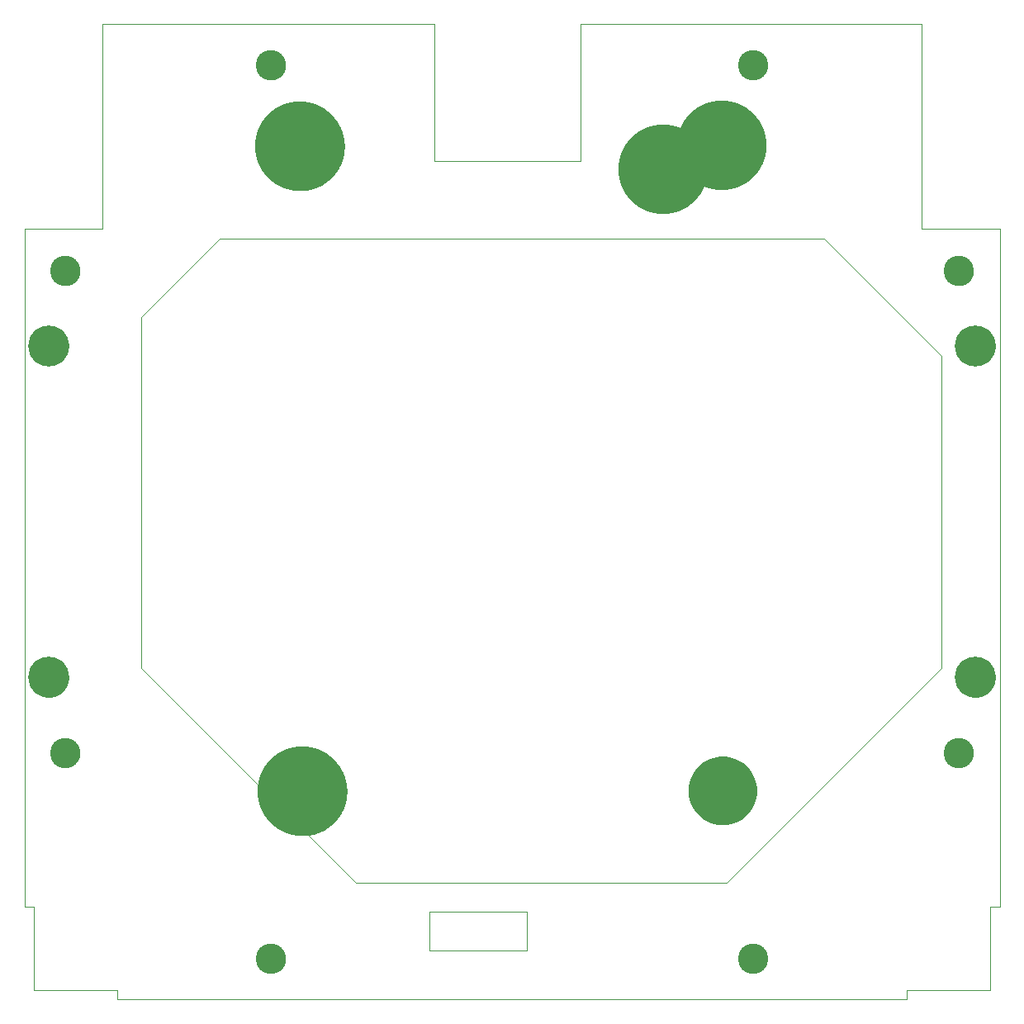
<source format=gts>
G75*
%MOIN*%
%OFA0B0*%
%FSLAX25Y25*%
%IPPOS*%
%LPD*%
%AMOC8*
5,1,8,0,0,1.08239X$1,22.5*
%
%ADD10C,0.00000*%
%ADD11C,0.16548*%
%ADD12C,0.36233*%
%ADD13C,0.12217*%
%ADD14C,0.13320*%
%ADD15C,0.19685*%
D10*
X0004937Y0022313D02*
X0004937Y0055778D01*
X0001000Y0055778D01*
X0001000Y0329400D01*
X0032496Y0329400D01*
X0032496Y0412077D01*
X0166354Y0412077D01*
X0166354Y0356959D01*
X0225409Y0356959D01*
X0225409Y0412077D01*
X0363205Y0412077D01*
X0363205Y0329400D01*
X0394701Y0329400D01*
X0394701Y0055778D01*
X0390764Y0055778D01*
X0390764Y0022313D01*
X0357299Y0022313D01*
X0357299Y0018376D01*
X0038402Y0018376D01*
X0038402Y0022313D01*
X0004937Y0022313D01*
X0011826Y0117982D02*
X0011828Y0118133D01*
X0011834Y0118283D01*
X0011844Y0118434D01*
X0011858Y0118584D01*
X0011876Y0118733D01*
X0011897Y0118883D01*
X0011923Y0119031D01*
X0011953Y0119179D01*
X0011986Y0119326D01*
X0012024Y0119472D01*
X0012065Y0119617D01*
X0012110Y0119761D01*
X0012159Y0119903D01*
X0012212Y0120044D01*
X0012268Y0120184D01*
X0012328Y0120322D01*
X0012391Y0120459D01*
X0012459Y0120594D01*
X0012529Y0120727D01*
X0012603Y0120858D01*
X0012681Y0120987D01*
X0012762Y0121114D01*
X0012846Y0121239D01*
X0012934Y0121362D01*
X0013025Y0121482D01*
X0013119Y0121600D01*
X0013216Y0121715D01*
X0013316Y0121828D01*
X0013419Y0121938D01*
X0013525Y0122045D01*
X0013634Y0122150D01*
X0013745Y0122251D01*
X0013859Y0122350D01*
X0013975Y0122445D01*
X0014095Y0122538D01*
X0014216Y0122627D01*
X0014340Y0122713D01*
X0014466Y0122796D01*
X0014594Y0122875D01*
X0014724Y0122951D01*
X0014856Y0123024D01*
X0014990Y0123092D01*
X0015126Y0123158D01*
X0015264Y0123220D01*
X0015403Y0123278D01*
X0015543Y0123332D01*
X0015685Y0123383D01*
X0015828Y0123430D01*
X0015973Y0123473D01*
X0016118Y0123512D01*
X0016265Y0123548D01*
X0016412Y0123579D01*
X0016560Y0123607D01*
X0016709Y0123631D01*
X0016858Y0123651D01*
X0017008Y0123667D01*
X0017158Y0123679D01*
X0017309Y0123687D01*
X0017460Y0123691D01*
X0017610Y0123691D01*
X0017761Y0123687D01*
X0017912Y0123679D01*
X0018062Y0123667D01*
X0018212Y0123651D01*
X0018361Y0123631D01*
X0018510Y0123607D01*
X0018658Y0123579D01*
X0018805Y0123548D01*
X0018952Y0123512D01*
X0019097Y0123473D01*
X0019242Y0123430D01*
X0019385Y0123383D01*
X0019527Y0123332D01*
X0019667Y0123278D01*
X0019806Y0123220D01*
X0019944Y0123158D01*
X0020080Y0123092D01*
X0020214Y0123024D01*
X0020346Y0122951D01*
X0020476Y0122875D01*
X0020604Y0122796D01*
X0020730Y0122713D01*
X0020854Y0122627D01*
X0020975Y0122538D01*
X0021095Y0122445D01*
X0021211Y0122350D01*
X0021325Y0122251D01*
X0021436Y0122150D01*
X0021545Y0122045D01*
X0021651Y0121938D01*
X0021754Y0121828D01*
X0021854Y0121715D01*
X0021951Y0121600D01*
X0022045Y0121482D01*
X0022136Y0121362D01*
X0022224Y0121239D01*
X0022308Y0121114D01*
X0022389Y0120987D01*
X0022467Y0120858D01*
X0022541Y0120727D01*
X0022611Y0120594D01*
X0022679Y0120459D01*
X0022742Y0120322D01*
X0022802Y0120184D01*
X0022858Y0120044D01*
X0022911Y0119903D01*
X0022960Y0119761D01*
X0023005Y0119617D01*
X0023046Y0119472D01*
X0023084Y0119326D01*
X0023117Y0119179D01*
X0023147Y0119031D01*
X0023173Y0118883D01*
X0023194Y0118733D01*
X0023212Y0118584D01*
X0023226Y0118434D01*
X0023236Y0118283D01*
X0023242Y0118133D01*
X0023244Y0117982D01*
X0023242Y0117831D01*
X0023236Y0117681D01*
X0023226Y0117530D01*
X0023212Y0117380D01*
X0023194Y0117231D01*
X0023173Y0117081D01*
X0023147Y0116933D01*
X0023117Y0116785D01*
X0023084Y0116638D01*
X0023046Y0116492D01*
X0023005Y0116347D01*
X0022960Y0116203D01*
X0022911Y0116061D01*
X0022858Y0115920D01*
X0022802Y0115780D01*
X0022742Y0115642D01*
X0022679Y0115505D01*
X0022611Y0115370D01*
X0022541Y0115237D01*
X0022467Y0115106D01*
X0022389Y0114977D01*
X0022308Y0114850D01*
X0022224Y0114725D01*
X0022136Y0114602D01*
X0022045Y0114482D01*
X0021951Y0114364D01*
X0021854Y0114249D01*
X0021754Y0114136D01*
X0021651Y0114026D01*
X0021545Y0113919D01*
X0021436Y0113814D01*
X0021325Y0113713D01*
X0021211Y0113614D01*
X0021095Y0113519D01*
X0020975Y0113426D01*
X0020854Y0113337D01*
X0020730Y0113251D01*
X0020604Y0113168D01*
X0020476Y0113089D01*
X0020346Y0113013D01*
X0020214Y0112940D01*
X0020080Y0112872D01*
X0019944Y0112806D01*
X0019806Y0112744D01*
X0019667Y0112686D01*
X0019527Y0112632D01*
X0019385Y0112581D01*
X0019242Y0112534D01*
X0019097Y0112491D01*
X0018952Y0112452D01*
X0018805Y0112416D01*
X0018658Y0112385D01*
X0018510Y0112357D01*
X0018361Y0112333D01*
X0018212Y0112313D01*
X0018062Y0112297D01*
X0017912Y0112285D01*
X0017761Y0112277D01*
X0017610Y0112273D01*
X0017460Y0112273D01*
X0017309Y0112277D01*
X0017158Y0112285D01*
X0017008Y0112297D01*
X0016858Y0112313D01*
X0016709Y0112333D01*
X0016560Y0112357D01*
X0016412Y0112385D01*
X0016265Y0112416D01*
X0016118Y0112452D01*
X0015973Y0112491D01*
X0015828Y0112534D01*
X0015685Y0112581D01*
X0015543Y0112632D01*
X0015403Y0112686D01*
X0015264Y0112744D01*
X0015126Y0112806D01*
X0014990Y0112872D01*
X0014856Y0112940D01*
X0014724Y0113013D01*
X0014594Y0113089D01*
X0014466Y0113168D01*
X0014340Y0113251D01*
X0014216Y0113337D01*
X0014095Y0113426D01*
X0013975Y0113519D01*
X0013859Y0113614D01*
X0013745Y0113713D01*
X0013634Y0113814D01*
X0013525Y0113919D01*
X0013419Y0114026D01*
X0013316Y0114136D01*
X0013216Y0114249D01*
X0013119Y0114364D01*
X0013025Y0114482D01*
X0012934Y0114602D01*
X0012846Y0114725D01*
X0012762Y0114850D01*
X0012681Y0114977D01*
X0012603Y0115106D01*
X0012529Y0115237D01*
X0012459Y0115370D01*
X0012391Y0115505D01*
X0012328Y0115642D01*
X0012268Y0115780D01*
X0012212Y0115920D01*
X0012159Y0116061D01*
X0012110Y0116203D01*
X0012065Y0116347D01*
X0012024Y0116492D01*
X0011986Y0116638D01*
X0011953Y0116785D01*
X0011923Y0116933D01*
X0011897Y0117081D01*
X0011876Y0117231D01*
X0011858Y0117380D01*
X0011844Y0117530D01*
X0011834Y0117681D01*
X0011828Y0117831D01*
X0011826Y0117982D01*
X0002961Y0148443D02*
X0002963Y0148636D01*
X0002970Y0148829D01*
X0002982Y0149022D01*
X0002999Y0149215D01*
X0003020Y0149407D01*
X0003046Y0149598D01*
X0003077Y0149789D01*
X0003112Y0149979D01*
X0003152Y0150168D01*
X0003197Y0150356D01*
X0003246Y0150543D01*
X0003300Y0150729D01*
X0003358Y0150913D01*
X0003421Y0151096D01*
X0003489Y0151277D01*
X0003560Y0151456D01*
X0003637Y0151634D01*
X0003717Y0151810D01*
X0003802Y0151983D01*
X0003891Y0152155D01*
X0003984Y0152324D01*
X0004081Y0152491D01*
X0004183Y0152656D01*
X0004288Y0152818D01*
X0004397Y0152977D01*
X0004511Y0153134D01*
X0004628Y0153287D01*
X0004748Y0153438D01*
X0004873Y0153586D01*
X0005001Y0153731D01*
X0005132Y0153872D01*
X0005267Y0154011D01*
X0005406Y0154146D01*
X0005547Y0154277D01*
X0005692Y0154405D01*
X0005840Y0154530D01*
X0005991Y0154650D01*
X0006144Y0154767D01*
X0006301Y0154881D01*
X0006460Y0154990D01*
X0006622Y0155095D01*
X0006787Y0155197D01*
X0006954Y0155294D01*
X0007123Y0155387D01*
X0007295Y0155476D01*
X0007468Y0155561D01*
X0007644Y0155641D01*
X0007822Y0155718D01*
X0008001Y0155789D01*
X0008182Y0155857D01*
X0008365Y0155920D01*
X0008549Y0155978D01*
X0008735Y0156032D01*
X0008922Y0156081D01*
X0009110Y0156126D01*
X0009299Y0156166D01*
X0009489Y0156201D01*
X0009680Y0156232D01*
X0009871Y0156258D01*
X0010063Y0156279D01*
X0010256Y0156296D01*
X0010449Y0156308D01*
X0010642Y0156315D01*
X0010835Y0156317D01*
X0011028Y0156315D01*
X0011221Y0156308D01*
X0011414Y0156296D01*
X0011607Y0156279D01*
X0011799Y0156258D01*
X0011990Y0156232D01*
X0012181Y0156201D01*
X0012371Y0156166D01*
X0012560Y0156126D01*
X0012748Y0156081D01*
X0012935Y0156032D01*
X0013121Y0155978D01*
X0013305Y0155920D01*
X0013488Y0155857D01*
X0013669Y0155789D01*
X0013848Y0155718D01*
X0014026Y0155641D01*
X0014202Y0155561D01*
X0014375Y0155476D01*
X0014547Y0155387D01*
X0014716Y0155294D01*
X0014883Y0155197D01*
X0015048Y0155095D01*
X0015210Y0154990D01*
X0015369Y0154881D01*
X0015526Y0154767D01*
X0015679Y0154650D01*
X0015830Y0154530D01*
X0015978Y0154405D01*
X0016123Y0154277D01*
X0016264Y0154146D01*
X0016403Y0154011D01*
X0016538Y0153872D01*
X0016669Y0153731D01*
X0016797Y0153586D01*
X0016922Y0153438D01*
X0017042Y0153287D01*
X0017159Y0153134D01*
X0017273Y0152977D01*
X0017382Y0152818D01*
X0017487Y0152656D01*
X0017589Y0152491D01*
X0017686Y0152324D01*
X0017779Y0152155D01*
X0017868Y0151983D01*
X0017953Y0151810D01*
X0018033Y0151634D01*
X0018110Y0151456D01*
X0018181Y0151277D01*
X0018249Y0151096D01*
X0018312Y0150913D01*
X0018370Y0150729D01*
X0018424Y0150543D01*
X0018473Y0150356D01*
X0018518Y0150168D01*
X0018558Y0149979D01*
X0018593Y0149789D01*
X0018624Y0149598D01*
X0018650Y0149407D01*
X0018671Y0149215D01*
X0018688Y0149022D01*
X0018700Y0148829D01*
X0018707Y0148636D01*
X0018709Y0148443D01*
X0018707Y0148250D01*
X0018700Y0148057D01*
X0018688Y0147864D01*
X0018671Y0147671D01*
X0018650Y0147479D01*
X0018624Y0147288D01*
X0018593Y0147097D01*
X0018558Y0146907D01*
X0018518Y0146718D01*
X0018473Y0146530D01*
X0018424Y0146343D01*
X0018370Y0146157D01*
X0018312Y0145973D01*
X0018249Y0145790D01*
X0018181Y0145609D01*
X0018110Y0145430D01*
X0018033Y0145252D01*
X0017953Y0145076D01*
X0017868Y0144903D01*
X0017779Y0144731D01*
X0017686Y0144562D01*
X0017589Y0144395D01*
X0017487Y0144230D01*
X0017382Y0144068D01*
X0017273Y0143909D01*
X0017159Y0143752D01*
X0017042Y0143599D01*
X0016922Y0143448D01*
X0016797Y0143300D01*
X0016669Y0143155D01*
X0016538Y0143014D01*
X0016403Y0142875D01*
X0016264Y0142740D01*
X0016123Y0142609D01*
X0015978Y0142481D01*
X0015830Y0142356D01*
X0015679Y0142236D01*
X0015526Y0142119D01*
X0015369Y0142005D01*
X0015210Y0141896D01*
X0015048Y0141791D01*
X0014883Y0141689D01*
X0014716Y0141592D01*
X0014547Y0141499D01*
X0014375Y0141410D01*
X0014202Y0141325D01*
X0014026Y0141245D01*
X0013848Y0141168D01*
X0013669Y0141097D01*
X0013488Y0141029D01*
X0013305Y0140966D01*
X0013121Y0140908D01*
X0012935Y0140854D01*
X0012748Y0140805D01*
X0012560Y0140760D01*
X0012371Y0140720D01*
X0012181Y0140685D01*
X0011990Y0140654D01*
X0011799Y0140628D01*
X0011607Y0140607D01*
X0011414Y0140590D01*
X0011221Y0140578D01*
X0011028Y0140571D01*
X0010835Y0140569D01*
X0010642Y0140571D01*
X0010449Y0140578D01*
X0010256Y0140590D01*
X0010063Y0140607D01*
X0009871Y0140628D01*
X0009680Y0140654D01*
X0009489Y0140685D01*
X0009299Y0140720D01*
X0009110Y0140760D01*
X0008922Y0140805D01*
X0008735Y0140854D01*
X0008549Y0140908D01*
X0008365Y0140966D01*
X0008182Y0141029D01*
X0008001Y0141097D01*
X0007822Y0141168D01*
X0007644Y0141245D01*
X0007468Y0141325D01*
X0007295Y0141410D01*
X0007123Y0141499D01*
X0006954Y0141592D01*
X0006787Y0141689D01*
X0006622Y0141791D01*
X0006460Y0141896D01*
X0006301Y0142005D01*
X0006144Y0142119D01*
X0005991Y0142236D01*
X0005840Y0142356D01*
X0005692Y0142481D01*
X0005547Y0142609D01*
X0005406Y0142740D01*
X0005267Y0142875D01*
X0005132Y0143014D01*
X0005001Y0143155D01*
X0004873Y0143300D01*
X0004748Y0143448D01*
X0004628Y0143599D01*
X0004511Y0143752D01*
X0004397Y0143909D01*
X0004288Y0144068D01*
X0004183Y0144230D01*
X0004081Y0144395D01*
X0003984Y0144562D01*
X0003891Y0144731D01*
X0003802Y0144903D01*
X0003717Y0145076D01*
X0003637Y0145252D01*
X0003560Y0145430D01*
X0003489Y0145609D01*
X0003421Y0145790D01*
X0003358Y0145973D01*
X0003300Y0146157D01*
X0003246Y0146343D01*
X0003197Y0146530D01*
X0003152Y0146718D01*
X0003112Y0146907D01*
X0003077Y0147097D01*
X0003046Y0147288D01*
X0003020Y0147479D01*
X0002999Y0147671D01*
X0002982Y0147864D01*
X0002970Y0148057D01*
X0002963Y0148250D01*
X0002961Y0148443D01*
X0048244Y0152234D02*
X0048244Y0293967D01*
X0079740Y0325463D01*
X0323835Y0325463D01*
X0371079Y0278219D01*
X0371079Y0152234D01*
X0284465Y0065620D01*
X0134858Y0065620D01*
X0048244Y0152234D01*
X0106551Y0103022D02*
X0106553Y0103180D01*
X0106559Y0103338D01*
X0106569Y0103495D01*
X0106583Y0103653D01*
X0106601Y0103810D01*
X0106623Y0103966D01*
X0106648Y0104122D01*
X0106678Y0104277D01*
X0106712Y0104431D01*
X0106749Y0104585D01*
X0106791Y0104737D01*
X0106836Y0104889D01*
X0106885Y0105039D01*
X0106938Y0105188D01*
X0106994Y0105335D01*
X0107054Y0105481D01*
X0107118Y0105626D01*
X0107186Y0105769D01*
X0107257Y0105910D01*
X0107331Y0106049D01*
X0107410Y0106186D01*
X0107491Y0106321D01*
X0107576Y0106455D01*
X0107664Y0106586D01*
X0107756Y0106714D01*
X0107851Y0106841D01*
X0107949Y0106965D01*
X0108050Y0107086D01*
X0108154Y0107205D01*
X0108261Y0107321D01*
X0108371Y0107435D01*
X0108483Y0107545D01*
X0108599Y0107653D01*
X0108717Y0107758D01*
X0108838Y0107859D01*
X0108961Y0107958D01*
X0109087Y0108054D01*
X0109215Y0108146D01*
X0109345Y0108235D01*
X0109478Y0108321D01*
X0109613Y0108403D01*
X0109750Y0108482D01*
X0109888Y0108558D01*
X0110029Y0108630D01*
X0110171Y0108698D01*
X0110315Y0108763D01*
X0110461Y0108824D01*
X0110608Y0108882D01*
X0110757Y0108935D01*
X0110907Y0108985D01*
X0111058Y0109031D01*
X0111210Y0109074D01*
X0111363Y0109112D01*
X0111517Y0109147D01*
X0111672Y0109178D01*
X0111828Y0109204D01*
X0111984Y0109227D01*
X0112141Y0109246D01*
X0112298Y0109261D01*
X0112456Y0109272D01*
X0112614Y0109279D01*
X0112772Y0109282D01*
X0112929Y0109281D01*
X0113087Y0109276D01*
X0113245Y0109267D01*
X0113402Y0109254D01*
X0113560Y0109237D01*
X0113716Y0109216D01*
X0113872Y0109191D01*
X0114027Y0109163D01*
X0114182Y0109130D01*
X0114336Y0109093D01*
X0114488Y0109053D01*
X0114640Y0109009D01*
X0114790Y0108961D01*
X0114940Y0108909D01*
X0115088Y0108853D01*
X0115234Y0108794D01*
X0115379Y0108731D01*
X0115522Y0108665D01*
X0115664Y0108594D01*
X0115803Y0108521D01*
X0115941Y0108443D01*
X0116077Y0108363D01*
X0116210Y0108279D01*
X0116342Y0108191D01*
X0116471Y0108100D01*
X0116598Y0108006D01*
X0116723Y0107909D01*
X0116845Y0107809D01*
X0116964Y0107706D01*
X0117081Y0107599D01*
X0117195Y0107490D01*
X0117307Y0107378D01*
X0117415Y0107263D01*
X0117521Y0107146D01*
X0117623Y0107026D01*
X0117723Y0106903D01*
X0117819Y0106778D01*
X0117912Y0106650D01*
X0118002Y0106520D01*
X0118089Y0106388D01*
X0118172Y0106254D01*
X0118252Y0106118D01*
X0118328Y0105979D01*
X0118401Y0105839D01*
X0118471Y0105697D01*
X0118536Y0105554D01*
X0118598Y0105408D01*
X0118657Y0105262D01*
X0118711Y0105113D01*
X0118762Y0104964D01*
X0118809Y0104813D01*
X0118853Y0104661D01*
X0118892Y0104508D01*
X0118928Y0104354D01*
X0118959Y0104200D01*
X0118987Y0104044D01*
X0119011Y0103888D01*
X0119031Y0103731D01*
X0119047Y0103574D01*
X0119059Y0103417D01*
X0119067Y0103259D01*
X0119071Y0103101D01*
X0119071Y0102943D01*
X0119067Y0102785D01*
X0119059Y0102627D01*
X0119047Y0102470D01*
X0119031Y0102313D01*
X0119011Y0102156D01*
X0118987Y0102000D01*
X0118959Y0101844D01*
X0118928Y0101690D01*
X0118892Y0101536D01*
X0118853Y0101383D01*
X0118809Y0101231D01*
X0118762Y0101080D01*
X0118711Y0100931D01*
X0118657Y0100782D01*
X0118598Y0100636D01*
X0118536Y0100490D01*
X0118471Y0100347D01*
X0118401Y0100205D01*
X0118328Y0100065D01*
X0118252Y0099926D01*
X0118172Y0099790D01*
X0118089Y0099656D01*
X0118002Y0099524D01*
X0117912Y0099394D01*
X0117819Y0099266D01*
X0117723Y0099141D01*
X0117623Y0099018D01*
X0117521Y0098898D01*
X0117415Y0098781D01*
X0117307Y0098666D01*
X0117195Y0098554D01*
X0117081Y0098445D01*
X0116964Y0098338D01*
X0116845Y0098235D01*
X0116723Y0098135D01*
X0116598Y0098038D01*
X0116471Y0097944D01*
X0116342Y0097853D01*
X0116210Y0097765D01*
X0116077Y0097681D01*
X0115941Y0097601D01*
X0115803Y0097523D01*
X0115664Y0097450D01*
X0115522Y0097379D01*
X0115379Y0097313D01*
X0115234Y0097250D01*
X0115088Y0097191D01*
X0114940Y0097135D01*
X0114790Y0097083D01*
X0114640Y0097035D01*
X0114488Y0096991D01*
X0114336Y0096951D01*
X0114182Y0096914D01*
X0114027Y0096881D01*
X0113872Y0096853D01*
X0113716Y0096828D01*
X0113560Y0096807D01*
X0113402Y0096790D01*
X0113245Y0096777D01*
X0113087Y0096768D01*
X0112929Y0096763D01*
X0112772Y0096762D01*
X0112614Y0096765D01*
X0112456Y0096772D01*
X0112298Y0096783D01*
X0112141Y0096798D01*
X0111984Y0096817D01*
X0111828Y0096840D01*
X0111672Y0096866D01*
X0111517Y0096897D01*
X0111363Y0096932D01*
X0111210Y0096970D01*
X0111058Y0097013D01*
X0110907Y0097059D01*
X0110757Y0097109D01*
X0110608Y0097162D01*
X0110461Y0097220D01*
X0110315Y0097281D01*
X0110171Y0097346D01*
X0110029Y0097414D01*
X0109888Y0097486D01*
X0109750Y0097562D01*
X0109613Y0097641D01*
X0109478Y0097723D01*
X0109345Y0097809D01*
X0109215Y0097898D01*
X0109087Y0097990D01*
X0108961Y0098086D01*
X0108838Y0098185D01*
X0108717Y0098286D01*
X0108599Y0098391D01*
X0108483Y0098499D01*
X0108371Y0098609D01*
X0108261Y0098723D01*
X0108154Y0098839D01*
X0108050Y0098958D01*
X0107949Y0099079D01*
X0107851Y0099203D01*
X0107756Y0099330D01*
X0107664Y0099458D01*
X0107576Y0099589D01*
X0107491Y0099723D01*
X0107410Y0099858D01*
X0107331Y0099995D01*
X0107257Y0100134D01*
X0107186Y0100275D01*
X0107118Y0100418D01*
X0107054Y0100563D01*
X0106994Y0100709D01*
X0106938Y0100856D01*
X0106885Y0101005D01*
X0106836Y0101155D01*
X0106791Y0101307D01*
X0106749Y0101459D01*
X0106712Y0101613D01*
X0106678Y0101767D01*
X0106648Y0101922D01*
X0106623Y0102078D01*
X0106601Y0102234D01*
X0106583Y0102391D01*
X0106569Y0102549D01*
X0106559Y0102706D01*
X0106553Y0102864D01*
X0106551Y0103022D01*
X0095602Y0102435D02*
X0095607Y0102870D01*
X0095623Y0103304D01*
X0095650Y0103738D01*
X0095687Y0104172D01*
X0095735Y0104604D01*
X0095794Y0105035D01*
X0095863Y0105464D01*
X0095942Y0105891D01*
X0096032Y0106317D01*
X0096133Y0106740D01*
X0096244Y0107160D01*
X0096365Y0107578D01*
X0096496Y0107992D01*
X0096638Y0108404D01*
X0096789Y0108811D01*
X0096951Y0109215D01*
X0097122Y0109615D01*
X0097303Y0110010D01*
X0097494Y0110401D01*
X0097694Y0110787D01*
X0097904Y0111168D01*
X0098123Y0111543D01*
X0098351Y0111914D01*
X0098588Y0112278D01*
X0098834Y0112637D01*
X0099089Y0112989D01*
X0099352Y0113335D01*
X0099624Y0113675D01*
X0099904Y0114007D01*
X0100192Y0114333D01*
X0100488Y0114652D01*
X0100791Y0114963D01*
X0101102Y0115266D01*
X0101421Y0115562D01*
X0101747Y0115850D01*
X0102079Y0116130D01*
X0102419Y0116402D01*
X0102765Y0116665D01*
X0103117Y0116920D01*
X0103476Y0117166D01*
X0103840Y0117403D01*
X0104211Y0117631D01*
X0104586Y0117850D01*
X0104967Y0118060D01*
X0105353Y0118260D01*
X0105744Y0118451D01*
X0106139Y0118632D01*
X0106539Y0118803D01*
X0106943Y0118965D01*
X0107350Y0119116D01*
X0107762Y0119258D01*
X0108176Y0119389D01*
X0108594Y0119510D01*
X0109014Y0119621D01*
X0109437Y0119722D01*
X0109863Y0119812D01*
X0110290Y0119891D01*
X0110719Y0119960D01*
X0111150Y0120019D01*
X0111582Y0120067D01*
X0112016Y0120104D01*
X0112450Y0120131D01*
X0112884Y0120147D01*
X0113319Y0120152D01*
X0113754Y0120147D01*
X0114188Y0120131D01*
X0114622Y0120104D01*
X0115056Y0120067D01*
X0115488Y0120019D01*
X0115919Y0119960D01*
X0116348Y0119891D01*
X0116775Y0119812D01*
X0117201Y0119722D01*
X0117624Y0119621D01*
X0118044Y0119510D01*
X0118462Y0119389D01*
X0118876Y0119258D01*
X0119288Y0119116D01*
X0119695Y0118965D01*
X0120099Y0118803D01*
X0120499Y0118632D01*
X0120894Y0118451D01*
X0121285Y0118260D01*
X0121671Y0118060D01*
X0122052Y0117850D01*
X0122427Y0117631D01*
X0122798Y0117403D01*
X0123162Y0117166D01*
X0123521Y0116920D01*
X0123873Y0116665D01*
X0124219Y0116402D01*
X0124559Y0116130D01*
X0124891Y0115850D01*
X0125217Y0115562D01*
X0125536Y0115266D01*
X0125847Y0114963D01*
X0126150Y0114652D01*
X0126446Y0114333D01*
X0126734Y0114007D01*
X0127014Y0113675D01*
X0127286Y0113335D01*
X0127549Y0112989D01*
X0127804Y0112637D01*
X0128050Y0112278D01*
X0128287Y0111914D01*
X0128515Y0111543D01*
X0128734Y0111168D01*
X0128944Y0110787D01*
X0129144Y0110401D01*
X0129335Y0110010D01*
X0129516Y0109615D01*
X0129687Y0109215D01*
X0129849Y0108811D01*
X0130000Y0108404D01*
X0130142Y0107992D01*
X0130273Y0107578D01*
X0130394Y0107160D01*
X0130505Y0106740D01*
X0130606Y0106317D01*
X0130696Y0105891D01*
X0130775Y0105464D01*
X0130844Y0105035D01*
X0130903Y0104604D01*
X0130951Y0104172D01*
X0130988Y0103738D01*
X0131015Y0103304D01*
X0131031Y0102870D01*
X0131036Y0102435D01*
X0131031Y0102000D01*
X0131015Y0101566D01*
X0130988Y0101132D01*
X0130951Y0100698D01*
X0130903Y0100266D01*
X0130844Y0099835D01*
X0130775Y0099406D01*
X0130696Y0098979D01*
X0130606Y0098553D01*
X0130505Y0098130D01*
X0130394Y0097710D01*
X0130273Y0097292D01*
X0130142Y0096878D01*
X0130000Y0096466D01*
X0129849Y0096059D01*
X0129687Y0095655D01*
X0129516Y0095255D01*
X0129335Y0094860D01*
X0129144Y0094469D01*
X0128944Y0094083D01*
X0128734Y0093702D01*
X0128515Y0093327D01*
X0128287Y0092956D01*
X0128050Y0092592D01*
X0127804Y0092233D01*
X0127549Y0091881D01*
X0127286Y0091535D01*
X0127014Y0091195D01*
X0126734Y0090863D01*
X0126446Y0090537D01*
X0126150Y0090218D01*
X0125847Y0089907D01*
X0125536Y0089604D01*
X0125217Y0089308D01*
X0124891Y0089020D01*
X0124559Y0088740D01*
X0124219Y0088468D01*
X0123873Y0088205D01*
X0123521Y0087950D01*
X0123162Y0087704D01*
X0122798Y0087467D01*
X0122427Y0087239D01*
X0122052Y0087020D01*
X0121671Y0086810D01*
X0121285Y0086610D01*
X0120894Y0086419D01*
X0120499Y0086238D01*
X0120099Y0086067D01*
X0119695Y0085905D01*
X0119288Y0085754D01*
X0118876Y0085612D01*
X0118462Y0085481D01*
X0118044Y0085360D01*
X0117624Y0085249D01*
X0117201Y0085148D01*
X0116775Y0085058D01*
X0116348Y0084979D01*
X0115919Y0084910D01*
X0115488Y0084851D01*
X0115056Y0084803D01*
X0114622Y0084766D01*
X0114188Y0084739D01*
X0113754Y0084723D01*
X0113319Y0084718D01*
X0112884Y0084723D01*
X0112450Y0084739D01*
X0112016Y0084766D01*
X0111582Y0084803D01*
X0111150Y0084851D01*
X0110719Y0084910D01*
X0110290Y0084979D01*
X0109863Y0085058D01*
X0109437Y0085148D01*
X0109014Y0085249D01*
X0108594Y0085360D01*
X0108176Y0085481D01*
X0107762Y0085612D01*
X0107350Y0085754D01*
X0106943Y0085905D01*
X0106539Y0086067D01*
X0106139Y0086238D01*
X0105744Y0086419D01*
X0105353Y0086610D01*
X0104967Y0086810D01*
X0104586Y0087020D01*
X0104211Y0087239D01*
X0103840Y0087467D01*
X0103476Y0087704D01*
X0103117Y0087950D01*
X0102765Y0088205D01*
X0102419Y0088468D01*
X0102079Y0088740D01*
X0101747Y0089020D01*
X0101421Y0089308D01*
X0101102Y0089604D01*
X0100791Y0089907D01*
X0100488Y0090218D01*
X0100192Y0090537D01*
X0099904Y0090863D01*
X0099624Y0091195D01*
X0099352Y0091535D01*
X0099089Y0091881D01*
X0098834Y0092233D01*
X0098588Y0092592D01*
X0098351Y0092956D01*
X0098123Y0093327D01*
X0097904Y0093702D01*
X0097694Y0094083D01*
X0097494Y0094469D01*
X0097303Y0094860D01*
X0097122Y0095255D01*
X0096951Y0095655D01*
X0096789Y0096059D01*
X0096638Y0096466D01*
X0096496Y0096878D01*
X0096365Y0097292D01*
X0096244Y0097710D01*
X0096133Y0098130D01*
X0096032Y0098553D01*
X0095942Y0098979D01*
X0095863Y0099406D01*
X0095794Y0099835D01*
X0095735Y0100266D01*
X0095687Y0100698D01*
X0095650Y0101132D01*
X0095623Y0101566D01*
X0095607Y0102000D01*
X0095602Y0102435D01*
X0094897Y0034911D02*
X0094899Y0035062D01*
X0094905Y0035212D01*
X0094915Y0035363D01*
X0094929Y0035513D01*
X0094947Y0035662D01*
X0094968Y0035812D01*
X0094994Y0035960D01*
X0095024Y0036108D01*
X0095057Y0036255D01*
X0095095Y0036401D01*
X0095136Y0036546D01*
X0095181Y0036690D01*
X0095230Y0036832D01*
X0095283Y0036973D01*
X0095339Y0037113D01*
X0095399Y0037251D01*
X0095462Y0037388D01*
X0095530Y0037523D01*
X0095600Y0037656D01*
X0095674Y0037787D01*
X0095752Y0037916D01*
X0095833Y0038043D01*
X0095917Y0038168D01*
X0096005Y0038291D01*
X0096096Y0038411D01*
X0096190Y0038529D01*
X0096287Y0038644D01*
X0096387Y0038757D01*
X0096490Y0038867D01*
X0096596Y0038974D01*
X0096705Y0039079D01*
X0096816Y0039180D01*
X0096930Y0039279D01*
X0097046Y0039374D01*
X0097166Y0039467D01*
X0097287Y0039556D01*
X0097411Y0039642D01*
X0097537Y0039725D01*
X0097665Y0039804D01*
X0097795Y0039880D01*
X0097927Y0039953D01*
X0098061Y0040021D01*
X0098197Y0040087D01*
X0098335Y0040149D01*
X0098474Y0040207D01*
X0098614Y0040261D01*
X0098756Y0040312D01*
X0098899Y0040359D01*
X0099044Y0040402D01*
X0099189Y0040441D01*
X0099336Y0040477D01*
X0099483Y0040508D01*
X0099631Y0040536D01*
X0099780Y0040560D01*
X0099929Y0040580D01*
X0100079Y0040596D01*
X0100229Y0040608D01*
X0100380Y0040616D01*
X0100531Y0040620D01*
X0100681Y0040620D01*
X0100832Y0040616D01*
X0100983Y0040608D01*
X0101133Y0040596D01*
X0101283Y0040580D01*
X0101432Y0040560D01*
X0101581Y0040536D01*
X0101729Y0040508D01*
X0101876Y0040477D01*
X0102023Y0040441D01*
X0102168Y0040402D01*
X0102313Y0040359D01*
X0102456Y0040312D01*
X0102598Y0040261D01*
X0102738Y0040207D01*
X0102877Y0040149D01*
X0103015Y0040087D01*
X0103151Y0040021D01*
X0103285Y0039953D01*
X0103417Y0039880D01*
X0103547Y0039804D01*
X0103675Y0039725D01*
X0103801Y0039642D01*
X0103925Y0039556D01*
X0104046Y0039467D01*
X0104166Y0039374D01*
X0104282Y0039279D01*
X0104396Y0039180D01*
X0104507Y0039079D01*
X0104616Y0038974D01*
X0104722Y0038867D01*
X0104825Y0038757D01*
X0104925Y0038644D01*
X0105022Y0038529D01*
X0105116Y0038411D01*
X0105207Y0038291D01*
X0105295Y0038168D01*
X0105379Y0038043D01*
X0105460Y0037916D01*
X0105538Y0037787D01*
X0105612Y0037656D01*
X0105682Y0037523D01*
X0105750Y0037388D01*
X0105813Y0037251D01*
X0105873Y0037113D01*
X0105929Y0036973D01*
X0105982Y0036832D01*
X0106031Y0036690D01*
X0106076Y0036546D01*
X0106117Y0036401D01*
X0106155Y0036255D01*
X0106188Y0036108D01*
X0106218Y0035960D01*
X0106244Y0035812D01*
X0106265Y0035662D01*
X0106283Y0035513D01*
X0106297Y0035363D01*
X0106307Y0035212D01*
X0106313Y0035062D01*
X0106315Y0034911D01*
X0106313Y0034760D01*
X0106307Y0034610D01*
X0106297Y0034459D01*
X0106283Y0034309D01*
X0106265Y0034160D01*
X0106244Y0034010D01*
X0106218Y0033862D01*
X0106188Y0033714D01*
X0106155Y0033567D01*
X0106117Y0033421D01*
X0106076Y0033276D01*
X0106031Y0033132D01*
X0105982Y0032990D01*
X0105929Y0032849D01*
X0105873Y0032709D01*
X0105813Y0032571D01*
X0105750Y0032434D01*
X0105682Y0032299D01*
X0105612Y0032166D01*
X0105538Y0032035D01*
X0105460Y0031906D01*
X0105379Y0031779D01*
X0105295Y0031654D01*
X0105207Y0031531D01*
X0105116Y0031411D01*
X0105022Y0031293D01*
X0104925Y0031178D01*
X0104825Y0031065D01*
X0104722Y0030955D01*
X0104616Y0030848D01*
X0104507Y0030743D01*
X0104396Y0030642D01*
X0104282Y0030543D01*
X0104166Y0030448D01*
X0104046Y0030355D01*
X0103925Y0030266D01*
X0103801Y0030180D01*
X0103675Y0030097D01*
X0103547Y0030018D01*
X0103417Y0029942D01*
X0103285Y0029869D01*
X0103151Y0029801D01*
X0103015Y0029735D01*
X0102877Y0029673D01*
X0102738Y0029615D01*
X0102598Y0029561D01*
X0102456Y0029510D01*
X0102313Y0029463D01*
X0102168Y0029420D01*
X0102023Y0029381D01*
X0101876Y0029345D01*
X0101729Y0029314D01*
X0101581Y0029286D01*
X0101432Y0029262D01*
X0101283Y0029242D01*
X0101133Y0029226D01*
X0100983Y0029214D01*
X0100832Y0029206D01*
X0100681Y0029202D01*
X0100531Y0029202D01*
X0100380Y0029206D01*
X0100229Y0029214D01*
X0100079Y0029226D01*
X0099929Y0029242D01*
X0099780Y0029262D01*
X0099631Y0029286D01*
X0099483Y0029314D01*
X0099336Y0029345D01*
X0099189Y0029381D01*
X0099044Y0029420D01*
X0098899Y0029463D01*
X0098756Y0029510D01*
X0098614Y0029561D01*
X0098474Y0029615D01*
X0098335Y0029673D01*
X0098197Y0029735D01*
X0098061Y0029801D01*
X0097927Y0029869D01*
X0097795Y0029942D01*
X0097665Y0030018D01*
X0097537Y0030097D01*
X0097411Y0030180D01*
X0097287Y0030266D01*
X0097166Y0030355D01*
X0097046Y0030448D01*
X0096930Y0030543D01*
X0096816Y0030642D01*
X0096705Y0030743D01*
X0096596Y0030848D01*
X0096490Y0030955D01*
X0096387Y0031065D01*
X0096287Y0031178D01*
X0096190Y0031293D01*
X0096096Y0031411D01*
X0096005Y0031531D01*
X0095917Y0031654D01*
X0095833Y0031779D01*
X0095752Y0031906D01*
X0095674Y0032035D01*
X0095600Y0032166D01*
X0095530Y0032299D01*
X0095462Y0032434D01*
X0095399Y0032571D01*
X0095339Y0032709D01*
X0095283Y0032849D01*
X0095230Y0032990D01*
X0095181Y0033132D01*
X0095136Y0033276D01*
X0095095Y0033421D01*
X0095057Y0033567D01*
X0095024Y0033714D01*
X0094994Y0033862D01*
X0094968Y0034010D01*
X0094947Y0034160D01*
X0094929Y0034309D01*
X0094915Y0034459D01*
X0094905Y0034610D01*
X0094899Y0034760D01*
X0094897Y0034911D01*
X0164378Y0038207D02*
X0203748Y0038207D01*
X0203748Y0053955D01*
X0164378Y0053955D01*
X0164378Y0038207D01*
X0276630Y0103022D02*
X0276632Y0103180D01*
X0276638Y0103338D01*
X0276648Y0103495D01*
X0276662Y0103653D01*
X0276680Y0103810D01*
X0276702Y0103966D01*
X0276727Y0104122D01*
X0276757Y0104277D01*
X0276791Y0104431D01*
X0276828Y0104585D01*
X0276870Y0104737D01*
X0276915Y0104889D01*
X0276964Y0105039D01*
X0277017Y0105188D01*
X0277073Y0105335D01*
X0277133Y0105481D01*
X0277197Y0105626D01*
X0277265Y0105769D01*
X0277336Y0105910D01*
X0277410Y0106049D01*
X0277489Y0106186D01*
X0277570Y0106321D01*
X0277655Y0106455D01*
X0277743Y0106586D01*
X0277835Y0106714D01*
X0277930Y0106841D01*
X0278028Y0106965D01*
X0278129Y0107086D01*
X0278233Y0107205D01*
X0278340Y0107321D01*
X0278450Y0107435D01*
X0278562Y0107545D01*
X0278678Y0107653D01*
X0278796Y0107758D01*
X0278917Y0107859D01*
X0279040Y0107958D01*
X0279166Y0108054D01*
X0279294Y0108146D01*
X0279424Y0108235D01*
X0279557Y0108321D01*
X0279692Y0108403D01*
X0279829Y0108482D01*
X0279967Y0108558D01*
X0280108Y0108630D01*
X0280250Y0108698D01*
X0280394Y0108763D01*
X0280540Y0108824D01*
X0280687Y0108882D01*
X0280836Y0108935D01*
X0280986Y0108985D01*
X0281137Y0109031D01*
X0281289Y0109074D01*
X0281442Y0109112D01*
X0281596Y0109147D01*
X0281751Y0109178D01*
X0281907Y0109204D01*
X0282063Y0109227D01*
X0282220Y0109246D01*
X0282377Y0109261D01*
X0282535Y0109272D01*
X0282693Y0109279D01*
X0282851Y0109282D01*
X0283008Y0109281D01*
X0283166Y0109276D01*
X0283324Y0109267D01*
X0283481Y0109254D01*
X0283639Y0109237D01*
X0283795Y0109216D01*
X0283951Y0109191D01*
X0284106Y0109163D01*
X0284261Y0109130D01*
X0284415Y0109093D01*
X0284567Y0109053D01*
X0284719Y0109009D01*
X0284869Y0108961D01*
X0285019Y0108909D01*
X0285167Y0108853D01*
X0285313Y0108794D01*
X0285458Y0108731D01*
X0285601Y0108665D01*
X0285743Y0108594D01*
X0285882Y0108521D01*
X0286020Y0108443D01*
X0286156Y0108363D01*
X0286289Y0108279D01*
X0286421Y0108191D01*
X0286550Y0108100D01*
X0286677Y0108006D01*
X0286802Y0107909D01*
X0286924Y0107809D01*
X0287043Y0107706D01*
X0287160Y0107599D01*
X0287274Y0107490D01*
X0287386Y0107378D01*
X0287494Y0107263D01*
X0287600Y0107146D01*
X0287702Y0107026D01*
X0287802Y0106903D01*
X0287898Y0106778D01*
X0287991Y0106650D01*
X0288081Y0106520D01*
X0288168Y0106388D01*
X0288251Y0106254D01*
X0288331Y0106118D01*
X0288407Y0105979D01*
X0288480Y0105839D01*
X0288550Y0105697D01*
X0288615Y0105554D01*
X0288677Y0105408D01*
X0288736Y0105262D01*
X0288790Y0105113D01*
X0288841Y0104964D01*
X0288888Y0104813D01*
X0288932Y0104661D01*
X0288971Y0104508D01*
X0289007Y0104354D01*
X0289038Y0104200D01*
X0289066Y0104044D01*
X0289090Y0103888D01*
X0289110Y0103731D01*
X0289126Y0103574D01*
X0289138Y0103417D01*
X0289146Y0103259D01*
X0289150Y0103101D01*
X0289150Y0102943D01*
X0289146Y0102785D01*
X0289138Y0102627D01*
X0289126Y0102470D01*
X0289110Y0102313D01*
X0289090Y0102156D01*
X0289066Y0102000D01*
X0289038Y0101844D01*
X0289007Y0101690D01*
X0288971Y0101536D01*
X0288932Y0101383D01*
X0288888Y0101231D01*
X0288841Y0101080D01*
X0288790Y0100931D01*
X0288736Y0100782D01*
X0288677Y0100636D01*
X0288615Y0100490D01*
X0288550Y0100347D01*
X0288480Y0100205D01*
X0288407Y0100065D01*
X0288331Y0099926D01*
X0288251Y0099790D01*
X0288168Y0099656D01*
X0288081Y0099524D01*
X0287991Y0099394D01*
X0287898Y0099266D01*
X0287802Y0099141D01*
X0287702Y0099018D01*
X0287600Y0098898D01*
X0287494Y0098781D01*
X0287386Y0098666D01*
X0287274Y0098554D01*
X0287160Y0098445D01*
X0287043Y0098338D01*
X0286924Y0098235D01*
X0286802Y0098135D01*
X0286677Y0098038D01*
X0286550Y0097944D01*
X0286421Y0097853D01*
X0286289Y0097765D01*
X0286156Y0097681D01*
X0286020Y0097601D01*
X0285882Y0097523D01*
X0285743Y0097450D01*
X0285601Y0097379D01*
X0285458Y0097313D01*
X0285313Y0097250D01*
X0285167Y0097191D01*
X0285019Y0097135D01*
X0284869Y0097083D01*
X0284719Y0097035D01*
X0284567Y0096991D01*
X0284415Y0096951D01*
X0284261Y0096914D01*
X0284106Y0096881D01*
X0283951Y0096853D01*
X0283795Y0096828D01*
X0283639Y0096807D01*
X0283481Y0096790D01*
X0283324Y0096777D01*
X0283166Y0096768D01*
X0283008Y0096763D01*
X0282851Y0096762D01*
X0282693Y0096765D01*
X0282535Y0096772D01*
X0282377Y0096783D01*
X0282220Y0096798D01*
X0282063Y0096817D01*
X0281907Y0096840D01*
X0281751Y0096866D01*
X0281596Y0096897D01*
X0281442Y0096932D01*
X0281289Y0096970D01*
X0281137Y0097013D01*
X0280986Y0097059D01*
X0280836Y0097109D01*
X0280687Y0097162D01*
X0280540Y0097220D01*
X0280394Y0097281D01*
X0280250Y0097346D01*
X0280108Y0097414D01*
X0279967Y0097486D01*
X0279829Y0097562D01*
X0279692Y0097641D01*
X0279557Y0097723D01*
X0279424Y0097809D01*
X0279294Y0097898D01*
X0279166Y0097990D01*
X0279040Y0098086D01*
X0278917Y0098185D01*
X0278796Y0098286D01*
X0278678Y0098391D01*
X0278562Y0098499D01*
X0278450Y0098609D01*
X0278340Y0098723D01*
X0278233Y0098839D01*
X0278129Y0098958D01*
X0278028Y0099079D01*
X0277930Y0099203D01*
X0277835Y0099330D01*
X0277743Y0099458D01*
X0277655Y0099589D01*
X0277570Y0099723D01*
X0277489Y0099858D01*
X0277410Y0099995D01*
X0277336Y0100134D01*
X0277265Y0100275D01*
X0277197Y0100418D01*
X0277133Y0100563D01*
X0277073Y0100709D01*
X0277017Y0100856D01*
X0276964Y0101005D01*
X0276915Y0101155D01*
X0276870Y0101307D01*
X0276828Y0101459D01*
X0276791Y0101613D01*
X0276757Y0101767D01*
X0276727Y0101922D01*
X0276702Y0102078D01*
X0276680Y0102234D01*
X0276662Y0102391D01*
X0276648Y0102549D01*
X0276638Y0102706D01*
X0276632Y0102864D01*
X0276630Y0103022D01*
X0289385Y0034911D02*
X0289387Y0035062D01*
X0289393Y0035212D01*
X0289403Y0035363D01*
X0289417Y0035513D01*
X0289435Y0035662D01*
X0289456Y0035812D01*
X0289482Y0035960D01*
X0289512Y0036108D01*
X0289545Y0036255D01*
X0289583Y0036401D01*
X0289624Y0036546D01*
X0289669Y0036690D01*
X0289718Y0036832D01*
X0289771Y0036973D01*
X0289827Y0037113D01*
X0289887Y0037251D01*
X0289950Y0037388D01*
X0290018Y0037523D01*
X0290088Y0037656D01*
X0290162Y0037787D01*
X0290240Y0037916D01*
X0290321Y0038043D01*
X0290405Y0038168D01*
X0290493Y0038291D01*
X0290584Y0038411D01*
X0290678Y0038529D01*
X0290775Y0038644D01*
X0290875Y0038757D01*
X0290978Y0038867D01*
X0291084Y0038974D01*
X0291193Y0039079D01*
X0291304Y0039180D01*
X0291418Y0039279D01*
X0291534Y0039374D01*
X0291654Y0039467D01*
X0291775Y0039556D01*
X0291899Y0039642D01*
X0292025Y0039725D01*
X0292153Y0039804D01*
X0292283Y0039880D01*
X0292415Y0039953D01*
X0292549Y0040021D01*
X0292685Y0040087D01*
X0292823Y0040149D01*
X0292962Y0040207D01*
X0293102Y0040261D01*
X0293244Y0040312D01*
X0293387Y0040359D01*
X0293532Y0040402D01*
X0293677Y0040441D01*
X0293824Y0040477D01*
X0293971Y0040508D01*
X0294119Y0040536D01*
X0294268Y0040560D01*
X0294417Y0040580D01*
X0294567Y0040596D01*
X0294717Y0040608D01*
X0294868Y0040616D01*
X0295019Y0040620D01*
X0295169Y0040620D01*
X0295320Y0040616D01*
X0295471Y0040608D01*
X0295621Y0040596D01*
X0295771Y0040580D01*
X0295920Y0040560D01*
X0296069Y0040536D01*
X0296217Y0040508D01*
X0296364Y0040477D01*
X0296511Y0040441D01*
X0296656Y0040402D01*
X0296801Y0040359D01*
X0296944Y0040312D01*
X0297086Y0040261D01*
X0297226Y0040207D01*
X0297365Y0040149D01*
X0297503Y0040087D01*
X0297639Y0040021D01*
X0297773Y0039953D01*
X0297905Y0039880D01*
X0298035Y0039804D01*
X0298163Y0039725D01*
X0298289Y0039642D01*
X0298413Y0039556D01*
X0298534Y0039467D01*
X0298654Y0039374D01*
X0298770Y0039279D01*
X0298884Y0039180D01*
X0298995Y0039079D01*
X0299104Y0038974D01*
X0299210Y0038867D01*
X0299313Y0038757D01*
X0299413Y0038644D01*
X0299510Y0038529D01*
X0299604Y0038411D01*
X0299695Y0038291D01*
X0299783Y0038168D01*
X0299867Y0038043D01*
X0299948Y0037916D01*
X0300026Y0037787D01*
X0300100Y0037656D01*
X0300170Y0037523D01*
X0300238Y0037388D01*
X0300301Y0037251D01*
X0300361Y0037113D01*
X0300417Y0036973D01*
X0300470Y0036832D01*
X0300519Y0036690D01*
X0300564Y0036546D01*
X0300605Y0036401D01*
X0300643Y0036255D01*
X0300676Y0036108D01*
X0300706Y0035960D01*
X0300732Y0035812D01*
X0300753Y0035662D01*
X0300771Y0035513D01*
X0300785Y0035363D01*
X0300795Y0035212D01*
X0300801Y0035062D01*
X0300803Y0034911D01*
X0300801Y0034760D01*
X0300795Y0034610D01*
X0300785Y0034459D01*
X0300771Y0034309D01*
X0300753Y0034160D01*
X0300732Y0034010D01*
X0300706Y0033862D01*
X0300676Y0033714D01*
X0300643Y0033567D01*
X0300605Y0033421D01*
X0300564Y0033276D01*
X0300519Y0033132D01*
X0300470Y0032990D01*
X0300417Y0032849D01*
X0300361Y0032709D01*
X0300301Y0032571D01*
X0300238Y0032434D01*
X0300170Y0032299D01*
X0300100Y0032166D01*
X0300026Y0032035D01*
X0299948Y0031906D01*
X0299867Y0031779D01*
X0299783Y0031654D01*
X0299695Y0031531D01*
X0299604Y0031411D01*
X0299510Y0031293D01*
X0299413Y0031178D01*
X0299313Y0031065D01*
X0299210Y0030955D01*
X0299104Y0030848D01*
X0298995Y0030743D01*
X0298884Y0030642D01*
X0298770Y0030543D01*
X0298654Y0030448D01*
X0298534Y0030355D01*
X0298413Y0030266D01*
X0298289Y0030180D01*
X0298163Y0030097D01*
X0298035Y0030018D01*
X0297905Y0029942D01*
X0297773Y0029869D01*
X0297639Y0029801D01*
X0297503Y0029735D01*
X0297365Y0029673D01*
X0297226Y0029615D01*
X0297086Y0029561D01*
X0296944Y0029510D01*
X0296801Y0029463D01*
X0296656Y0029420D01*
X0296511Y0029381D01*
X0296364Y0029345D01*
X0296217Y0029314D01*
X0296069Y0029286D01*
X0295920Y0029262D01*
X0295771Y0029242D01*
X0295621Y0029226D01*
X0295471Y0029214D01*
X0295320Y0029206D01*
X0295169Y0029202D01*
X0295019Y0029202D01*
X0294868Y0029206D01*
X0294717Y0029214D01*
X0294567Y0029226D01*
X0294417Y0029242D01*
X0294268Y0029262D01*
X0294119Y0029286D01*
X0293971Y0029314D01*
X0293824Y0029345D01*
X0293677Y0029381D01*
X0293532Y0029420D01*
X0293387Y0029463D01*
X0293244Y0029510D01*
X0293102Y0029561D01*
X0292962Y0029615D01*
X0292823Y0029673D01*
X0292685Y0029735D01*
X0292549Y0029801D01*
X0292415Y0029869D01*
X0292283Y0029942D01*
X0292153Y0030018D01*
X0292025Y0030097D01*
X0291899Y0030180D01*
X0291775Y0030266D01*
X0291654Y0030355D01*
X0291534Y0030448D01*
X0291418Y0030543D01*
X0291304Y0030642D01*
X0291193Y0030743D01*
X0291084Y0030848D01*
X0290978Y0030955D01*
X0290875Y0031065D01*
X0290775Y0031178D01*
X0290678Y0031293D01*
X0290584Y0031411D01*
X0290493Y0031531D01*
X0290405Y0031654D01*
X0290321Y0031779D01*
X0290240Y0031906D01*
X0290162Y0032035D01*
X0290088Y0032166D01*
X0290018Y0032299D01*
X0289950Y0032434D01*
X0289887Y0032571D01*
X0289827Y0032709D01*
X0289771Y0032849D01*
X0289718Y0032990D01*
X0289669Y0033132D01*
X0289624Y0033276D01*
X0289583Y0033421D01*
X0289545Y0033567D01*
X0289512Y0033714D01*
X0289482Y0033862D01*
X0289456Y0034010D01*
X0289435Y0034160D01*
X0289417Y0034309D01*
X0289403Y0034459D01*
X0289393Y0034610D01*
X0289387Y0034760D01*
X0289385Y0034911D01*
X0372456Y0117982D02*
X0372458Y0118133D01*
X0372464Y0118283D01*
X0372474Y0118434D01*
X0372488Y0118584D01*
X0372506Y0118733D01*
X0372527Y0118883D01*
X0372553Y0119031D01*
X0372583Y0119179D01*
X0372616Y0119326D01*
X0372654Y0119472D01*
X0372695Y0119617D01*
X0372740Y0119761D01*
X0372789Y0119903D01*
X0372842Y0120044D01*
X0372898Y0120184D01*
X0372958Y0120322D01*
X0373021Y0120459D01*
X0373089Y0120594D01*
X0373159Y0120727D01*
X0373233Y0120858D01*
X0373311Y0120987D01*
X0373392Y0121114D01*
X0373476Y0121239D01*
X0373564Y0121362D01*
X0373655Y0121482D01*
X0373749Y0121600D01*
X0373846Y0121715D01*
X0373946Y0121828D01*
X0374049Y0121938D01*
X0374155Y0122045D01*
X0374264Y0122150D01*
X0374375Y0122251D01*
X0374489Y0122350D01*
X0374605Y0122445D01*
X0374725Y0122538D01*
X0374846Y0122627D01*
X0374970Y0122713D01*
X0375096Y0122796D01*
X0375224Y0122875D01*
X0375354Y0122951D01*
X0375486Y0123024D01*
X0375620Y0123092D01*
X0375756Y0123158D01*
X0375894Y0123220D01*
X0376033Y0123278D01*
X0376173Y0123332D01*
X0376315Y0123383D01*
X0376458Y0123430D01*
X0376603Y0123473D01*
X0376748Y0123512D01*
X0376895Y0123548D01*
X0377042Y0123579D01*
X0377190Y0123607D01*
X0377339Y0123631D01*
X0377488Y0123651D01*
X0377638Y0123667D01*
X0377788Y0123679D01*
X0377939Y0123687D01*
X0378090Y0123691D01*
X0378240Y0123691D01*
X0378391Y0123687D01*
X0378542Y0123679D01*
X0378692Y0123667D01*
X0378842Y0123651D01*
X0378991Y0123631D01*
X0379140Y0123607D01*
X0379288Y0123579D01*
X0379435Y0123548D01*
X0379582Y0123512D01*
X0379727Y0123473D01*
X0379872Y0123430D01*
X0380015Y0123383D01*
X0380157Y0123332D01*
X0380297Y0123278D01*
X0380436Y0123220D01*
X0380574Y0123158D01*
X0380710Y0123092D01*
X0380844Y0123024D01*
X0380976Y0122951D01*
X0381106Y0122875D01*
X0381234Y0122796D01*
X0381360Y0122713D01*
X0381484Y0122627D01*
X0381605Y0122538D01*
X0381725Y0122445D01*
X0381841Y0122350D01*
X0381955Y0122251D01*
X0382066Y0122150D01*
X0382175Y0122045D01*
X0382281Y0121938D01*
X0382384Y0121828D01*
X0382484Y0121715D01*
X0382581Y0121600D01*
X0382675Y0121482D01*
X0382766Y0121362D01*
X0382854Y0121239D01*
X0382938Y0121114D01*
X0383019Y0120987D01*
X0383097Y0120858D01*
X0383171Y0120727D01*
X0383241Y0120594D01*
X0383309Y0120459D01*
X0383372Y0120322D01*
X0383432Y0120184D01*
X0383488Y0120044D01*
X0383541Y0119903D01*
X0383590Y0119761D01*
X0383635Y0119617D01*
X0383676Y0119472D01*
X0383714Y0119326D01*
X0383747Y0119179D01*
X0383777Y0119031D01*
X0383803Y0118883D01*
X0383824Y0118733D01*
X0383842Y0118584D01*
X0383856Y0118434D01*
X0383866Y0118283D01*
X0383872Y0118133D01*
X0383874Y0117982D01*
X0383872Y0117831D01*
X0383866Y0117681D01*
X0383856Y0117530D01*
X0383842Y0117380D01*
X0383824Y0117231D01*
X0383803Y0117081D01*
X0383777Y0116933D01*
X0383747Y0116785D01*
X0383714Y0116638D01*
X0383676Y0116492D01*
X0383635Y0116347D01*
X0383590Y0116203D01*
X0383541Y0116061D01*
X0383488Y0115920D01*
X0383432Y0115780D01*
X0383372Y0115642D01*
X0383309Y0115505D01*
X0383241Y0115370D01*
X0383171Y0115237D01*
X0383097Y0115106D01*
X0383019Y0114977D01*
X0382938Y0114850D01*
X0382854Y0114725D01*
X0382766Y0114602D01*
X0382675Y0114482D01*
X0382581Y0114364D01*
X0382484Y0114249D01*
X0382384Y0114136D01*
X0382281Y0114026D01*
X0382175Y0113919D01*
X0382066Y0113814D01*
X0381955Y0113713D01*
X0381841Y0113614D01*
X0381725Y0113519D01*
X0381605Y0113426D01*
X0381484Y0113337D01*
X0381360Y0113251D01*
X0381234Y0113168D01*
X0381106Y0113089D01*
X0380976Y0113013D01*
X0380844Y0112940D01*
X0380710Y0112872D01*
X0380574Y0112806D01*
X0380436Y0112744D01*
X0380297Y0112686D01*
X0380157Y0112632D01*
X0380015Y0112581D01*
X0379872Y0112534D01*
X0379727Y0112491D01*
X0379582Y0112452D01*
X0379435Y0112416D01*
X0379288Y0112385D01*
X0379140Y0112357D01*
X0378991Y0112333D01*
X0378842Y0112313D01*
X0378692Y0112297D01*
X0378542Y0112285D01*
X0378391Y0112277D01*
X0378240Y0112273D01*
X0378090Y0112273D01*
X0377939Y0112277D01*
X0377788Y0112285D01*
X0377638Y0112297D01*
X0377488Y0112313D01*
X0377339Y0112333D01*
X0377190Y0112357D01*
X0377042Y0112385D01*
X0376895Y0112416D01*
X0376748Y0112452D01*
X0376603Y0112491D01*
X0376458Y0112534D01*
X0376315Y0112581D01*
X0376173Y0112632D01*
X0376033Y0112686D01*
X0375894Y0112744D01*
X0375756Y0112806D01*
X0375620Y0112872D01*
X0375486Y0112940D01*
X0375354Y0113013D01*
X0375224Y0113089D01*
X0375096Y0113168D01*
X0374970Y0113251D01*
X0374846Y0113337D01*
X0374725Y0113426D01*
X0374605Y0113519D01*
X0374489Y0113614D01*
X0374375Y0113713D01*
X0374264Y0113814D01*
X0374155Y0113919D01*
X0374049Y0114026D01*
X0373946Y0114136D01*
X0373846Y0114249D01*
X0373749Y0114364D01*
X0373655Y0114482D01*
X0373564Y0114602D01*
X0373476Y0114725D01*
X0373392Y0114850D01*
X0373311Y0114977D01*
X0373233Y0115106D01*
X0373159Y0115237D01*
X0373089Y0115370D01*
X0373021Y0115505D01*
X0372958Y0115642D01*
X0372898Y0115780D01*
X0372842Y0115920D01*
X0372789Y0116061D01*
X0372740Y0116203D01*
X0372695Y0116347D01*
X0372654Y0116492D01*
X0372616Y0116638D01*
X0372583Y0116785D01*
X0372553Y0116933D01*
X0372527Y0117081D01*
X0372506Y0117231D01*
X0372488Y0117380D01*
X0372474Y0117530D01*
X0372464Y0117681D01*
X0372458Y0117831D01*
X0372456Y0117982D01*
X0376976Y0148443D02*
X0376978Y0148636D01*
X0376985Y0148829D01*
X0376997Y0149022D01*
X0377014Y0149215D01*
X0377035Y0149407D01*
X0377061Y0149598D01*
X0377092Y0149789D01*
X0377127Y0149979D01*
X0377167Y0150168D01*
X0377212Y0150356D01*
X0377261Y0150543D01*
X0377315Y0150729D01*
X0377373Y0150913D01*
X0377436Y0151096D01*
X0377504Y0151277D01*
X0377575Y0151456D01*
X0377652Y0151634D01*
X0377732Y0151810D01*
X0377817Y0151983D01*
X0377906Y0152155D01*
X0377999Y0152324D01*
X0378096Y0152491D01*
X0378198Y0152656D01*
X0378303Y0152818D01*
X0378412Y0152977D01*
X0378526Y0153134D01*
X0378643Y0153287D01*
X0378763Y0153438D01*
X0378888Y0153586D01*
X0379016Y0153731D01*
X0379147Y0153872D01*
X0379282Y0154011D01*
X0379421Y0154146D01*
X0379562Y0154277D01*
X0379707Y0154405D01*
X0379855Y0154530D01*
X0380006Y0154650D01*
X0380159Y0154767D01*
X0380316Y0154881D01*
X0380475Y0154990D01*
X0380637Y0155095D01*
X0380802Y0155197D01*
X0380969Y0155294D01*
X0381138Y0155387D01*
X0381310Y0155476D01*
X0381483Y0155561D01*
X0381659Y0155641D01*
X0381837Y0155718D01*
X0382016Y0155789D01*
X0382197Y0155857D01*
X0382380Y0155920D01*
X0382564Y0155978D01*
X0382750Y0156032D01*
X0382937Y0156081D01*
X0383125Y0156126D01*
X0383314Y0156166D01*
X0383504Y0156201D01*
X0383695Y0156232D01*
X0383886Y0156258D01*
X0384078Y0156279D01*
X0384271Y0156296D01*
X0384464Y0156308D01*
X0384657Y0156315D01*
X0384850Y0156317D01*
X0385043Y0156315D01*
X0385236Y0156308D01*
X0385429Y0156296D01*
X0385622Y0156279D01*
X0385814Y0156258D01*
X0386005Y0156232D01*
X0386196Y0156201D01*
X0386386Y0156166D01*
X0386575Y0156126D01*
X0386763Y0156081D01*
X0386950Y0156032D01*
X0387136Y0155978D01*
X0387320Y0155920D01*
X0387503Y0155857D01*
X0387684Y0155789D01*
X0387863Y0155718D01*
X0388041Y0155641D01*
X0388217Y0155561D01*
X0388390Y0155476D01*
X0388562Y0155387D01*
X0388731Y0155294D01*
X0388898Y0155197D01*
X0389063Y0155095D01*
X0389225Y0154990D01*
X0389384Y0154881D01*
X0389541Y0154767D01*
X0389694Y0154650D01*
X0389845Y0154530D01*
X0389993Y0154405D01*
X0390138Y0154277D01*
X0390279Y0154146D01*
X0390418Y0154011D01*
X0390553Y0153872D01*
X0390684Y0153731D01*
X0390812Y0153586D01*
X0390937Y0153438D01*
X0391057Y0153287D01*
X0391174Y0153134D01*
X0391288Y0152977D01*
X0391397Y0152818D01*
X0391502Y0152656D01*
X0391604Y0152491D01*
X0391701Y0152324D01*
X0391794Y0152155D01*
X0391883Y0151983D01*
X0391968Y0151810D01*
X0392048Y0151634D01*
X0392125Y0151456D01*
X0392196Y0151277D01*
X0392264Y0151096D01*
X0392327Y0150913D01*
X0392385Y0150729D01*
X0392439Y0150543D01*
X0392488Y0150356D01*
X0392533Y0150168D01*
X0392573Y0149979D01*
X0392608Y0149789D01*
X0392639Y0149598D01*
X0392665Y0149407D01*
X0392686Y0149215D01*
X0392703Y0149022D01*
X0392715Y0148829D01*
X0392722Y0148636D01*
X0392724Y0148443D01*
X0392722Y0148250D01*
X0392715Y0148057D01*
X0392703Y0147864D01*
X0392686Y0147671D01*
X0392665Y0147479D01*
X0392639Y0147288D01*
X0392608Y0147097D01*
X0392573Y0146907D01*
X0392533Y0146718D01*
X0392488Y0146530D01*
X0392439Y0146343D01*
X0392385Y0146157D01*
X0392327Y0145973D01*
X0392264Y0145790D01*
X0392196Y0145609D01*
X0392125Y0145430D01*
X0392048Y0145252D01*
X0391968Y0145076D01*
X0391883Y0144903D01*
X0391794Y0144731D01*
X0391701Y0144562D01*
X0391604Y0144395D01*
X0391502Y0144230D01*
X0391397Y0144068D01*
X0391288Y0143909D01*
X0391174Y0143752D01*
X0391057Y0143599D01*
X0390937Y0143448D01*
X0390812Y0143300D01*
X0390684Y0143155D01*
X0390553Y0143014D01*
X0390418Y0142875D01*
X0390279Y0142740D01*
X0390138Y0142609D01*
X0389993Y0142481D01*
X0389845Y0142356D01*
X0389694Y0142236D01*
X0389541Y0142119D01*
X0389384Y0142005D01*
X0389225Y0141896D01*
X0389063Y0141791D01*
X0388898Y0141689D01*
X0388731Y0141592D01*
X0388562Y0141499D01*
X0388390Y0141410D01*
X0388217Y0141325D01*
X0388041Y0141245D01*
X0387863Y0141168D01*
X0387684Y0141097D01*
X0387503Y0141029D01*
X0387320Y0140966D01*
X0387136Y0140908D01*
X0386950Y0140854D01*
X0386763Y0140805D01*
X0386575Y0140760D01*
X0386386Y0140720D01*
X0386196Y0140685D01*
X0386005Y0140654D01*
X0385814Y0140628D01*
X0385622Y0140607D01*
X0385429Y0140590D01*
X0385236Y0140578D01*
X0385043Y0140571D01*
X0384850Y0140569D01*
X0384657Y0140571D01*
X0384464Y0140578D01*
X0384271Y0140590D01*
X0384078Y0140607D01*
X0383886Y0140628D01*
X0383695Y0140654D01*
X0383504Y0140685D01*
X0383314Y0140720D01*
X0383125Y0140760D01*
X0382937Y0140805D01*
X0382750Y0140854D01*
X0382564Y0140908D01*
X0382380Y0140966D01*
X0382197Y0141029D01*
X0382016Y0141097D01*
X0381837Y0141168D01*
X0381659Y0141245D01*
X0381483Y0141325D01*
X0381310Y0141410D01*
X0381138Y0141499D01*
X0380969Y0141592D01*
X0380802Y0141689D01*
X0380637Y0141791D01*
X0380475Y0141896D01*
X0380316Y0142005D01*
X0380159Y0142119D01*
X0380006Y0142236D01*
X0379855Y0142356D01*
X0379707Y0142481D01*
X0379562Y0142609D01*
X0379421Y0142740D01*
X0379282Y0142875D01*
X0379147Y0143014D01*
X0379016Y0143155D01*
X0378888Y0143300D01*
X0378763Y0143448D01*
X0378643Y0143599D01*
X0378526Y0143752D01*
X0378412Y0143909D01*
X0378303Y0144068D01*
X0378198Y0144230D01*
X0378096Y0144395D01*
X0377999Y0144562D01*
X0377906Y0144731D01*
X0377817Y0144903D01*
X0377732Y0145076D01*
X0377652Y0145252D01*
X0377575Y0145430D01*
X0377504Y0145609D01*
X0377436Y0145790D01*
X0377373Y0145973D01*
X0377315Y0146157D01*
X0377261Y0146343D01*
X0377212Y0146530D01*
X0377167Y0146718D01*
X0377127Y0146907D01*
X0377092Y0147097D01*
X0377061Y0147288D01*
X0377035Y0147479D01*
X0377014Y0147671D01*
X0376997Y0147864D01*
X0376985Y0148057D01*
X0376978Y0148250D01*
X0376976Y0148443D01*
X0376976Y0282301D02*
X0376978Y0282494D01*
X0376985Y0282687D01*
X0376997Y0282880D01*
X0377014Y0283073D01*
X0377035Y0283265D01*
X0377061Y0283456D01*
X0377092Y0283647D01*
X0377127Y0283837D01*
X0377167Y0284026D01*
X0377212Y0284214D01*
X0377261Y0284401D01*
X0377315Y0284587D01*
X0377373Y0284771D01*
X0377436Y0284954D01*
X0377504Y0285135D01*
X0377575Y0285314D01*
X0377652Y0285492D01*
X0377732Y0285668D01*
X0377817Y0285841D01*
X0377906Y0286013D01*
X0377999Y0286182D01*
X0378096Y0286349D01*
X0378198Y0286514D01*
X0378303Y0286676D01*
X0378412Y0286835D01*
X0378526Y0286992D01*
X0378643Y0287145D01*
X0378763Y0287296D01*
X0378888Y0287444D01*
X0379016Y0287589D01*
X0379147Y0287730D01*
X0379282Y0287869D01*
X0379421Y0288004D01*
X0379562Y0288135D01*
X0379707Y0288263D01*
X0379855Y0288388D01*
X0380006Y0288508D01*
X0380159Y0288625D01*
X0380316Y0288739D01*
X0380475Y0288848D01*
X0380637Y0288953D01*
X0380802Y0289055D01*
X0380969Y0289152D01*
X0381138Y0289245D01*
X0381310Y0289334D01*
X0381483Y0289419D01*
X0381659Y0289499D01*
X0381837Y0289576D01*
X0382016Y0289647D01*
X0382197Y0289715D01*
X0382380Y0289778D01*
X0382564Y0289836D01*
X0382750Y0289890D01*
X0382937Y0289939D01*
X0383125Y0289984D01*
X0383314Y0290024D01*
X0383504Y0290059D01*
X0383695Y0290090D01*
X0383886Y0290116D01*
X0384078Y0290137D01*
X0384271Y0290154D01*
X0384464Y0290166D01*
X0384657Y0290173D01*
X0384850Y0290175D01*
X0385043Y0290173D01*
X0385236Y0290166D01*
X0385429Y0290154D01*
X0385622Y0290137D01*
X0385814Y0290116D01*
X0386005Y0290090D01*
X0386196Y0290059D01*
X0386386Y0290024D01*
X0386575Y0289984D01*
X0386763Y0289939D01*
X0386950Y0289890D01*
X0387136Y0289836D01*
X0387320Y0289778D01*
X0387503Y0289715D01*
X0387684Y0289647D01*
X0387863Y0289576D01*
X0388041Y0289499D01*
X0388217Y0289419D01*
X0388390Y0289334D01*
X0388562Y0289245D01*
X0388731Y0289152D01*
X0388898Y0289055D01*
X0389063Y0288953D01*
X0389225Y0288848D01*
X0389384Y0288739D01*
X0389541Y0288625D01*
X0389694Y0288508D01*
X0389845Y0288388D01*
X0389993Y0288263D01*
X0390138Y0288135D01*
X0390279Y0288004D01*
X0390418Y0287869D01*
X0390553Y0287730D01*
X0390684Y0287589D01*
X0390812Y0287444D01*
X0390937Y0287296D01*
X0391057Y0287145D01*
X0391174Y0286992D01*
X0391288Y0286835D01*
X0391397Y0286676D01*
X0391502Y0286514D01*
X0391604Y0286349D01*
X0391701Y0286182D01*
X0391794Y0286013D01*
X0391883Y0285841D01*
X0391968Y0285668D01*
X0392048Y0285492D01*
X0392125Y0285314D01*
X0392196Y0285135D01*
X0392264Y0284954D01*
X0392327Y0284771D01*
X0392385Y0284587D01*
X0392439Y0284401D01*
X0392488Y0284214D01*
X0392533Y0284026D01*
X0392573Y0283837D01*
X0392608Y0283647D01*
X0392639Y0283456D01*
X0392665Y0283265D01*
X0392686Y0283073D01*
X0392703Y0282880D01*
X0392715Y0282687D01*
X0392722Y0282494D01*
X0392724Y0282301D01*
X0392722Y0282108D01*
X0392715Y0281915D01*
X0392703Y0281722D01*
X0392686Y0281529D01*
X0392665Y0281337D01*
X0392639Y0281146D01*
X0392608Y0280955D01*
X0392573Y0280765D01*
X0392533Y0280576D01*
X0392488Y0280388D01*
X0392439Y0280201D01*
X0392385Y0280015D01*
X0392327Y0279831D01*
X0392264Y0279648D01*
X0392196Y0279467D01*
X0392125Y0279288D01*
X0392048Y0279110D01*
X0391968Y0278934D01*
X0391883Y0278761D01*
X0391794Y0278589D01*
X0391701Y0278420D01*
X0391604Y0278253D01*
X0391502Y0278088D01*
X0391397Y0277926D01*
X0391288Y0277767D01*
X0391174Y0277610D01*
X0391057Y0277457D01*
X0390937Y0277306D01*
X0390812Y0277158D01*
X0390684Y0277013D01*
X0390553Y0276872D01*
X0390418Y0276733D01*
X0390279Y0276598D01*
X0390138Y0276467D01*
X0389993Y0276339D01*
X0389845Y0276214D01*
X0389694Y0276094D01*
X0389541Y0275977D01*
X0389384Y0275863D01*
X0389225Y0275754D01*
X0389063Y0275649D01*
X0388898Y0275547D01*
X0388731Y0275450D01*
X0388562Y0275357D01*
X0388390Y0275268D01*
X0388217Y0275183D01*
X0388041Y0275103D01*
X0387863Y0275026D01*
X0387684Y0274955D01*
X0387503Y0274887D01*
X0387320Y0274824D01*
X0387136Y0274766D01*
X0386950Y0274712D01*
X0386763Y0274663D01*
X0386575Y0274618D01*
X0386386Y0274578D01*
X0386196Y0274543D01*
X0386005Y0274512D01*
X0385814Y0274486D01*
X0385622Y0274465D01*
X0385429Y0274448D01*
X0385236Y0274436D01*
X0385043Y0274429D01*
X0384850Y0274427D01*
X0384657Y0274429D01*
X0384464Y0274436D01*
X0384271Y0274448D01*
X0384078Y0274465D01*
X0383886Y0274486D01*
X0383695Y0274512D01*
X0383504Y0274543D01*
X0383314Y0274578D01*
X0383125Y0274618D01*
X0382937Y0274663D01*
X0382750Y0274712D01*
X0382564Y0274766D01*
X0382380Y0274824D01*
X0382197Y0274887D01*
X0382016Y0274955D01*
X0381837Y0275026D01*
X0381659Y0275103D01*
X0381483Y0275183D01*
X0381310Y0275268D01*
X0381138Y0275357D01*
X0380969Y0275450D01*
X0380802Y0275547D01*
X0380637Y0275649D01*
X0380475Y0275754D01*
X0380316Y0275863D01*
X0380159Y0275977D01*
X0380006Y0276094D01*
X0379855Y0276214D01*
X0379707Y0276339D01*
X0379562Y0276467D01*
X0379421Y0276598D01*
X0379282Y0276733D01*
X0379147Y0276872D01*
X0379016Y0277013D01*
X0378888Y0277158D01*
X0378763Y0277306D01*
X0378643Y0277457D01*
X0378526Y0277610D01*
X0378412Y0277767D01*
X0378303Y0277926D01*
X0378198Y0278088D01*
X0378096Y0278253D01*
X0377999Y0278420D01*
X0377906Y0278589D01*
X0377817Y0278761D01*
X0377732Y0278934D01*
X0377652Y0279110D01*
X0377575Y0279288D01*
X0377504Y0279467D01*
X0377436Y0279648D01*
X0377373Y0279831D01*
X0377315Y0280015D01*
X0377261Y0280201D01*
X0377212Y0280388D01*
X0377167Y0280576D01*
X0377127Y0280765D01*
X0377092Y0280955D01*
X0377061Y0281146D01*
X0377035Y0281337D01*
X0377014Y0281529D01*
X0376997Y0281722D01*
X0376985Y0281915D01*
X0376978Y0282108D01*
X0376976Y0282301D01*
X0372456Y0312470D02*
X0372458Y0312621D01*
X0372464Y0312771D01*
X0372474Y0312922D01*
X0372488Y0313072D01*
X0372506Y0313221D01*
X0372527Y0313371D01*
X0372553Y0313519D01*
X0372583Y0313667D01*
X0372616Y0313814D01*
X0372654Y0313960D01*
X0372695Y0314105D01*
X0372740Y0314249D01*
X0372789Y0314391D01*
X0372842Y0314532D01*
X0372898Y0314672D01*
X0372958Y0314810D01*
X0373021Y0314947D01*
X0373089Y0315082D01*
X0373159Y0315215D01*
X0373233Y0315346D01*
X0373311Y0315475D01*
X0373392Y0315602D01*
X0373476Y0315727D01*
X0373564Y0315850D01*
X0373655Y0315970D01*
X0373749Y0316088D01*
X0373846Y0316203D01*
X0373946Y0316316D01*
X0374049Y0316426D01*
X0374155Y0316533D01*
X0374264Y0316638D01*
X0374375Y0316739D01*
X0374489Y0316838D01*
X0374605Y0316933D01*
X0374725Y0317026D01*
X0374846Y0317115D01*
X0374970Y0317201D01*
X0375096Y0317284D01*
X0375224Y0317363D01*
X0375354Y0317439D01*
X0375486Y0317512D01*
X0375620Y0317580D01*
X0375756Y0317646D01*
X0375894Y0317708D01*
X0376033Y0317766D01*
X0376173Y0317820D01*
X0376315Y0317871D01*
X0376458Y0317918D01*
X0376603Y0317961D01*
X0376748Y0318000D01*
X0376895Y0318036D01*
X0377042Y0318067D01*
X0377190Y0318095D01*
X0377339Y0318119D01*
X0377488Y0318139D01*
X0377638Y0318155D01*
X0377788Y0318167D01*
X0377939Y0318175D01*
X0378090Y0318179D01*
X0378240Y0318179D01*
X0378391Y0318175D01*
X0378542Y0318167D01*
X0378692Y0318155D01*
X0378842Y0318139D01*
X0378991Y0318119D01*
X0379140Y0318095D01*
X0379288Y0318067D01*
X0379435Y0318036D01*
X0379582Y0318000D01*
X0379727Y0317961D01*
X0379872Y0317918D01*
X0380015Y0317871D01*
X0380157Y0317820D01*
X0380297Y0317766D01*
X0380436Y0317708D01*
X0380574Y0317646D01*
X0380710Y0317580D01*
X0380844Y0317512D01*
X0380976Y0317439D01*
X0381106Y0317363D01*
X0381234Y0317284D01*
X0381360Y0317201D01*
X0381484Y0317115D01*
X0381605Y0317026D01*
X0381725Y0316933D01*
X0381841Y0316838D01*
X0381955Y0316739D01*
X0382066Y0316638D01*
X0382175Y0316533D01*
X0382281Y0316426D01*
X0382384Y0316316D01*
X0382484Y0316203D01*
X0382581Y0316088D01*
X0382675Y0315970D01*
X0382766Y0315850D01*
X0382854Y0315727D01*
X0382938Y0315602D01*
X0383019Y0315475D01*
X0383097Y0315346D01*
X0383171Y0315215D01*
X0383241Y0315082D01*
X0383309Y0314947D01*
X0383372Y0314810D01*
X0383432Y0314672D01*
X0383488Y0314532D01*
X0383541Y0314391D01*
X0383590Y0314249D01*
X0383635Y0314105D01*
X0383676Y0313960D01*
X0383714Y0313814D01*
X0383747Y0313667D01*
X0383777Y0313519D01*
X0383803Y0313371D01*
X0383824Y0313221D01*
X0383842Y0313072D01*
X0383856Y0312922D01*
X0383866Y0312771D01*
X0383872Y0312621D01*
X0383874Y0312470D01*
X0383872Y0312319D01*
X0383866Y0312169D01*
X0383856Y0312018D01*
X0383842Y0311868D01*
X0383824Y0311719D01*
X0383803Y0311569D01*
X0383777Y0311421D01*
X0383747Y0311273D01*
X0383714Y0311126D01*
X0383676Y0310980D01*
X0383635Y0310835D01*
X0383590Y0310691D01*
X0383541Y0310549D01*
X0383488Y0310408D01*
X0383432Y0310268D01*
X0383372Y0310130D01*
X0383309Y0309993D01*
X0383241Y0309858D01*
X0383171Y0309725D01*
X0383097Y0309594D01*
X0383019Y0309465D01*
X0382938Y0309338D01*
X0382854Y0309213D01*
X0382766Y0309090D01*
X0382675Y0308970D01*
X0382581Y0308852D01*
X0382484Y0308737D01*
X0382384Y0308624D01*
X0382281Y0308514D01*
X0382175Y0308407D01*
X0382066Y0308302D01*
X0381955Y0308201D01*
X0381841Y0308102D01*
X0381725Y0308007D01*
X0381605Y0307914D01*
X0381484Y0307825D01*
X0381360Y0307739D01*
X0381234Y0307656D01*
X0381106Y0307577D01*
X0380976Y0307501D01*
X0380844Y0307428D01*
X0380710Y0307360D01*
X0380574Y0307294D01*
X0380436Y0307232D01*
X0380297Y0307174D01*
X0380157Y0307120D01*
X0380015Y0307069D01*
X0379872Y0307022D01*
X0379727Y0306979D01*
X0379582Y0306940D01*
X0379435Y0306904D01*
X0379288Y0306873D01*
X0379140Y0306845D01*
X0378991Y0306821D01*
X0378842Y0306801D01*
X0378692Y0306785D01*
X0378542Y0306773D01*
X0378391Y0306765D01*
X0378240Y0306761D01*
X0378090Y0306761D01*
X0377939Y0306765D01*
X0377788Y0306773D01*
X0377638Y0306785D01*
X0377488Y0306801D01*
X0377339Y0306821D01*
X0377190Y0306845D01*
X0377042Y0306873D01*
X0376895Y0306904D01*
X0376748Y0306940D01*
X0376603Y0306979D01*
X0376458Y0307022D01*
X0376315Y0307069D01*
X0376173Y0307120D01*
X0376033Y0307174D01*
X0375894Y0307232D01*
X0375756Y0307294D01*
X0375620Y0307360D01*
X0375486Y0307428D01*
X0375354Y0307501D01*
X0375224Y0307577D01*
X0375096Y0307656D01*
X0374970Y0307739D01*
X0374846Y0307825D01*
X0374725Y0307914D01*
X0374605Y0308007D01*
X0374489Y0308102D01*
X0374375Y0308201D01*
X0374264Y0308302D01*
X0374155Y0308407D01*
X0374049Y0308514D01*
X0373946Y0308624D01*
X0373846Y0308737D01*
X0373749Y0308852D01*
X0373655Y0308970D01*
X0373564Y0309090D01*
X0373476Y0309213D01*
X0373392Y0309338D01*
X0373311Y0309465D01*
X0373233Y0309594D01*
X0373159Y0309725D01*
X0373089Y0309858D01*
X0373021Y0309993D01*
X0372958Y0310130D01*
X0372898Y0310268D01*
X0372842Y0310408D01*
X0372789Y0310549D01*
X0372740Y0310691D01*
X0372695Y0310835D01*
X0372654Y0310980D01*
X0372616Y0311126D01*
X0372583Y0311273D01*
X0372553Y0311421D01*
X0372527Y0311569D01*
X0372506Y0311719D01*
X0372488Y0311868D01*
X0372474Y0312018D01*
X0372464Y0312169D01*
X0372458Y0312319D01*
X0372456Y0312470D01*
X0289385Y0395541D02*
X0289387Y0395692D01*
X0289393Y0395842D01*
X0289403Y0395993D01*
X0289417Y0396143D01*
X0289435Y0396292D01*
X0289456Y0396442D01*
X0289482Y0396590D01*
X0289512Y0396738D01*
X0289545Y0396885D01*
X0289583Y0397031D01*
X0289624Y0397176D01*
X0289669Y0397320D01*
X0289718Y0397462D01*
X0289771Y0397603D01*
X0289827Y0397743D01*
X0289887Y0397881D01*
X0289950Y0398018D01*
X0290018Y0398153D01*
X0290088Y0398286D01*
X0290162Y0398417D01*
X0290240Y0398546D01*
X0290321Y0398673D01*
X0290405Y0398798D01*
X0290493Y0398921D01*
X0290584Y0399041D01*
X0290678Y0399159D01*
X0290775Y0399274D01*
X0290875Y0399387D01*
X0290978Y0399497D01*
X0291084Y0399604D01*
X0291193Y0399709D01*
X0291304Y0399810D01*
X0291418Y0399909D01*
X0291534Y0400004D01*
X0291654Y0400097D01*
X0291775Y0400186D01*
X0291899Y0400272D01*
X0292025Y0400355D01*
X0292153Y0400434D01*
X0292283Y0400510D01*
X0292415Y0400583D01*
X0292549Y0400651D01*
X0292685Y0400717D01*
X0292823Y0400779D01*
X0292962Y0400837D01*
X0293102Y0400891D01*
X0293244Y0400942D01*
X0293387Y0400989D01*
X0293532Y0401032D01*
X0293677Y0401071D01*
X0293824Y0401107D01*
X0293971Y0401138D01*
X0294119Y0401166D01*
X0294268Y0401190D01*
X0294417Y0401210D01*
X0294567Y0401226D01*
X0294717Y0401238D01*
X0294868Y0401246D01*
X0295019Y0401250D01*
X0295169Y0401250D01*
X0295320Y0401246D01*
X0295471Y0401238D01*
X0295621Y0401226D01*
X0295771Y0401210D01*
X0295920Y0401190D01*
X0296069Y0401166D01*
X0296217Y0401138D01*
X0296364Y0401107D01*
X0296511Y0401071D01*
X0296656Y0401032D01*
X0296801Y0400989D01*
X0296944Y0400942D01*
X0297086Y0400891D01*
X0297226Y0400837D01*
X0297365Y0400779D01*
X0297503Y0400717D01*
X0297639Y0400651D01*
X0297773Y0400583D01*
X0297905Y0400510D01*
X0298035Y0400434D01*
X0298163Y0400355D01*
X0298289Y0400272D01*
X0298413Y0400186D01*
X0298534Y0400097D01*
X0298654Y0400004D01*
X0298770Y0399909D01*
X0298884Y0399810D01*
X0298995Y0399709D01*
X0299104Y0399604D01*
X0299210Y0399497D01*
X0299313Y0399387D01*
X0299413Y0399274D01*
X0299510Y0399159D01*
X0299604Y0399041D01*
X0299695Y0398921D01*
X0299783Y0398798D01*
X0299867Y0398673D01*
X0299948Y0398546D01*
X0300026Y0398417D01*
X0300100Y0398286D01*
X0300170Y0398153D01*
X0300238Y0398018D01*
X0300301Y0397881D01*
X0300361Y0397743D01*
X0300417Y0397603D01*
X0300470Y0397462D01*
X0300519Y0397320D01*
X0300564Y0397176D01*
X0300605Y0397031D01*
X0300643Y0396885D01*
X0300676Y0396738D01*
X0300706Y0396590D01*
X0300732Y0396442D01*
X0300753Y0396292D01*
X0300771Y0396143D01*
X0300785Y0395993D01*
X0300795Y0395842D01*
X0300801Y0395692D01*
X0300803Y0395541D01*
X0300801Y0395390D01*
X0300795Y0395240D01*
X0300785Y0395089D01*
X0300771Y0394939D01*
X0300753Y0394790D01*
X0300732Y0394640D01*
X0300706Y0394492D01*
X0300676Y0394344D01*
X0300643Y0394197D01*
X0300605Y0394051D01*
X0300564Y0393906D01*
X0300519Y0393762D01*
X0300470Y0393620D01*
X0300417Y0393479D01*
X0300361Y0393339D01*
X0300301Y0393201D01*
X0300238Y0393064D01*
X0300170Y0392929D01*
X0300100Y0392796D01*
X0300026Y0392665D01*
X0299948Y0392536D01*
X0299867Y0392409D01*
X0299783Y0392284D01*
X0299695Y0392161D01*
X0299604Y0392041D01*
X0299510Y0391923D01*
X0299413Y0391808D01*
X0299313Y0391695D01*
X0299210Y0391585D01*
X0299104Y0391478D01*
X0298995Y0391373D01*
X0298884Y0391272D01*
X0298770Y0391173D01*
X0298654Y0391078D01*
X0298534Y0390985D01*
X0298413Y0390896D01*
X0298289Y0390810D01*
X0298163Y0390727D01*
X0298035Y0390648D01*
X0297905Y0390572D01*
X0297773Y0390499D01*
X0297639Y0390431D01*
X0297503Y0390365D01*
X0297365Y0390303D01*
X0297226Y0390245D01*
X0297086Y0390191D01*
X0296944Y0390140D01*
X0296801Y0390093D01*
X0296656Y0390050D01*
X0296511Y0390011D01*
X0296364Y0389975D01*
X0296217Y0389944D01*
X0296069Y0389916D01*
X0295920Y0389892D01*
X0295771Y0389872D01*
X0295621Y0389856D01*
X0295471Y0389844D01*
X0295320Y0389836D01*
X0295169Y0389832D01*
X0295019Y0389832D01*
X0294868Y0389836D01*
X0294717Y0389844D01*
X0294567Y0389856D01*
X0294417Y0389872D01*
X0294268Y0389892D01*
X0294119Y0389916D01*
X0293971Y0389944D01*
X0293824Y0389975D01*
X0293677Y0390011D01*
X0293532Y0390050D01*
X0293387Y0390093D01*
X0293244Y0390140D01*
X0293102Y0390191D01*
X0292962Y0390245D01*
X0292823Y0390303D01*
X0292685Y0390365D01*
X0292549Y0390431D01*
X0292415Y0390499D01*
X0292283Y0390572D01*
X0292153Y0390648D01*
X0292025Y0390727D01*
X0291899Y0390810D01*
X0291775Y0390896D01*
X0291654Y0390985D01*
X0291534Y0391078D01*
X0291418Y0391173D01*
X0291304Y0391272D01*
X0291193Y0391373D01*
X0291084Y0391478D01*
X0290978Y0391585D01*
X0290875Y0391695D01*
X0290775Y0391808D01*
X0290678Y0391923D01*
X0290584Y0392041D01*
X0290493Y0392161D01*
X0290405Y0392284D01*
X0290321Y0392409D01*
X0290240Y0392536D01*
X0290162Y0392665D01*
X0290088Y0392796D01*
X0290018Y0392929D01*
X0289950Y0393064D01*
X0289887Y0393201D01*
X0289827Y0393339D01*
X0289771Y0393479D01*
X0289718Y0393620D01*
X0289669Y0393762D01*
X0289624Y0393906D01*
X0289583Y0394051D01*
X0289545Y0394197D01*
X0289512Y0394344D01*
X0289482Y0394492D01*
X0289456Y0394640D01*
X0289435Y0394790D01*
X0289417Y0394939D01*
X0289403Y0395089D01*
X0289393Y0395240D01*
X0289387Y0395390D01*
X0289385Y0395541D01*
X0264755Y0363246D02*
X0264760Y0363681D01*
X0264776Y0364115D01*
X0264803Y0364549D01*
X0264840Y0364983D01*
X0264888Y0365415D01*
X0264947Y0365846D01*
X0265016Y0366275D01*
X0265095Y0366702D01*
X0265185Y0367128D01*
X0265286Y0367551D01*
X0265397Y0367971D01*
X0265518Y0368389D01*
X0265649Y0368803D01*
X0265791Y0369215D01*
X0265942Y0369622D01*
X0266104Y0370026D01*
X0266275Y0370426D01*
X0266456Y0370821D01*
X0266647Y0371212D01*
X0266847Y0371598D01*
X0267057Y0371979D01*
X0267276Y0372354D01*
X0267504Y0372725D01*
X0267741Y0373089D01*
X0267987Y0373448D01*
X0268242Y0373800D01*
X0268505Y0374146D01*
X0268777Y0374486D01*
X0269057Y0374818D01*
X0269345Y0375144D01*
X0269641Y0375463D01*
X0269944Y0375774D01*
X0270255Y0376077D01*
X0270574Y0376373D01*
X0270900Y0376661D01*
X0271232Y0376941D01*
X0271572Y0377213D01*
X0271918Y0377476D01*
X0272270Y0377731D01*
X0272629Y0377977D01*
X0272993Y0378214D01*
X0273364Y0378442D01*
X0273739Y0378661D01*
X0274120Y0378871D01*
X0274506Y0379071D01*
X0274897Y0379262D01*
X0275292Y0379443D01*
X0275692Y0379614D01*
X0276096Y0379776D01*
X0276503Y0379927D01*
X0276915Y0380069D01*
X0277329Y0380200D01*
X0277747Y0380321D01*
X0278167Y0380432D01*
X0278590Y0380533D01*
X0279016Y0380623D01*
X0279443Y0380702D01*
X0279872Y0380771D01*
X0280303Y0380830D01*
X0280735Y0380878D01*
X0281169Y0380915D01*
X0281603Y0380942D01*
X0282037Y0380958D01*
X0282472Y0380963D01*
X0282907Y0380958D01*
X0283341Y0380942D01*
X0283775Y0380915D01*
X0284209Y0380878D01*
X0284641Y0380830D01*
X0285072Y0380771D01*
X0285501Y0380702D01*
X0285928Y0380623D01*
X0286354Y0380533D01*
X0286777Y0380432D01*
X0287197Y0380321D01*
X0287615Y0380200D01*
X0288029Y0380069D01*
X0288441Y0379927D01*
X0288848Y0379776D01*
X0289252Y0379614D01*
X0289652Y0379443D01*
X0290047Y0379262D01*
X0290438Y0379071D01*
X0290824Y0378871D01*
X0291205Y0378661D01*
X0291580Y0378442D01*
X0291951Y0378214D01*
X0292315Y0377977D01*
X0292674Y0377731D01*
X0293026Y0377476D01*
X0293372Y0377213D01*
X0293712Y0376941D01*
X0294044Y0376661D01*
X0294370Y0376373D01*
X0294689Y0376077D01*
X0295000Y0375774D01*
X0295303Y0375463D01*
X0295599Y0375144D01*
X0295887Y0374818D01*
X0296167Y0374486D01*
X0296439Y0374146D01*
X0296702Y0373800D01*
X0296957Y0373448D01*
X0297203Y0373089D01*
X0297440Y0372725D01*
X0297668Y0372354D01*
X0297887Y0371979D01*
X0298097Y0371598D01*
X0298297Y0371212D01*
X0298488Y0370821D01*
X0298669Y0370426D01*
X0298840Y0370026D01*
X0299002Y0369622D01*
X0299153Y0369215D01*
X0299295Y0368803D01*
X0299426Y0368389D01*
X0299547Y0367971D01*
X0299658Y0367551D01*
X0299759Y0367128D01*
X0299849Y0366702D01*
X0299928Y0366275D01*
X0299997Y0365846D01*
X0300056Y0365415D01*
X0300104Y0364983D01*
X0300141Y0364549D01*
X0300168Y0364115D01*
X0300184Y0363681D01*
X0300189Y0363246D01*
X0300184Y0362811D01*
X0300168Y0362377D01*
X0300141Y0361943D01*
X0300104Y0361509D01*
X0300056Y0361077D01*
X0299997Y0360646D01*
X0299928Y0360217D01*
X0299849Y0359790D01*
X0299759Y0359364D01*
X0299658Y0358941D01*
X0299547Y0358521D01*
X0299426Y0358103D01*
X0299295Y0357689D01*
X0299153Y0357277D01*
X0299002Y0356870D01*
X0298840Y0356466D01*
X0298669Y0356066D01*
X0298488Y0355671D01*
X0298297Y0355280D01*
X0298097Y0354894D01*
X0297887Y0354513D01*
X0297668Y0354138D01*
X0297440Y0353767D01*
X0297203Y0353403D01*
X0296957Y0353044D01*
X0296702Y0352692D01*
X0296439Y0352346D01*
X0296167Y0352006D01*
X0295887Y0351674D01*
X0295599Y0351348D01*
X0295303Y0351029D01*
X0295000Y0350718D01*
X0294689Y0350415D01*
X0294370Y0350119D01*
X0294044Y0349831D01*
X0293712Y0349551D01*
X0293372Y0349279D01*
X0293026Y0349016D01*
X0292674Y0348761D01*
X0292315Y0348515D01*
X0291951Y0348278D01*
X0291580Y0348050D01*
X0291205Y0347831D01*
X0290824Y0347621D01*
X0290438Y0347421D01*
X0290047Y0347230D01*
X0289652Y0347049D01*
X0289252Y0346878D01*
X0288848Y0346716D01*
X0288441Y0346565D01*
X0288029Y0346423D01*
X0287615Y0346292D01*
X0287197Y0346171D01*
X0286777Y0346060D01*
X0286354Y0345959D01*
X0285928Y0345869D01*
X0285501Y0345790D01*
X0285072Y0345721D01*
X0284641Y0345662D01*
X0284209Y0345614D01*
X0283775Y0345577D01*
X0283341Y0345550D01*
X0282907Y0345534D01*
X0282472Y0345529D01*
X0282037Y0345534D01*
X0281603Y0345550D01*
X0281169Y0345577D01*
X0280735Y0345614D01*
X0280303Y0345662D01*
X0279872Y0345721D01*
X0279443Y0345790D01*
X0279016Y0345869D01*
X0278590Y0345959D01*
X0278167Y0346060D01*
X0277747Y0346171D01*
X0277329Y0346292D01*
X0276915Y0346423D01*
X0276503Y0346565D01*
X0276096Y0346716D01*
X0275692Y0346878D01*
X0275292Y0347049D01*
X0274897Y0347230D01*
X0274506Y0347421D01*
X0274120Y0347621D01*
X0273739Y0347831D01*
X0273364Y0348050D01*
X0272993Y0348278D01*
X0272629Y0348515D01*
X0272270Y0348761D01*
X0271918Y0349016D01*
X0271572Y0349279D01*
X0271232Y0349551D01*
X0270900Y0349831D01*
X0270574Y0350119D01*
X0270255Y0350415D01*
X0269944Y0350718D01*
X0269641Y0351029D01*
X0269345Y0351348D01*
X0269057Y0351674D01*
X0268777Y0352006D01*
X0268505Y0352346D01*
X0268242Y0352692D01*
X0267987Y0353044D01*
X0267741Y0353403D01*
X0267504Y0353767D01*
X0267276Y0354138D01*
X0267057Y0354513D01*
X0266847Y0354894D01*
X0266647Y0355280D01*
X0266456Y0355671D01*
X0266275Y0356066D01*
X0266104Y0356466D01*
X0265942Y0356870D01*
X0265791Y0357277D01*
X0265649Y0357689D01*
X0265518Y0358103D01*
X0265397Y0358521D01*
X0265286Y0358941D01*
X0265185Y0359364D01*
X0265095Y0359790D01*
X0265016Y0360217D01*
X0264947Y0360646D01*
X0264888Y0361077D01*
X0264840Y0361509D01*
X0264803Y0361943D01*
X0264776Y0362377D01*
X0264760Y0362811D01*
X0264755Y0363246D01*
X0241110Y0353667D02*
X0241115Y0354102D01*
X0241131Y0354536D01*
X0241158Y0354970D01*
X0241195Y0355404D01*
X0241243Y0355836D01*
X0241302Y0356267D01*
X0241371Y0356696D01*
X0241450Y0357123D01*
X0241540Y0357549D01*
X0241641Y0357972D01*
X0241752Y0358392D01*
X0241873Y0358810D01*
X0242004Y0359224D01*
X0242146Y0359636D01*
X0242297Y0360043D01*
X0242459Y0360447D01*
X0242630Y0360847D01*
X0242811Y0361242D01*
X0243002Y0361633D01*
X0243202Y0362019D01*
X0243412Y0362400D01*
X0243631Y0362775D01*
X0243859Y0363146D01*
X0244096Y0363510D01*
X0244342Y0363869D01*
X0244597Y0364221D01*
X0244860Y0364567D01*
X0245132Y0364907D01*
X0245412Y0365239D01*
X0245700Y0365565D01*
X0245996Y0365884D01*
X0246299Y0366195D01*
X0246610Y0366498D01*
X0246929Y0366794D01*
X0247255Y0367082D01*
X0247587Y0367362D01*
X0247927Y0367634D01*
X0248273Y0367897D01*
X0248625Y0368152D01*
X0248984Y0368398D01*
X0249348Y0368635D01*
X0249719Y0368863D01*
X0250094Y0369082D01*
X0250475Y0369292D01*
X0250861Y0369492D01*
X0251252Y0369683D01*
X0251647Y0369864D01*
X0252047Y0370035D01*
X0252451Y0370197D01*
X0252858Y0370348D01*
X0253270Y0370490D01*
X0253684Y0370621D01*
X0254102Y0370742D01*
X0254522Y0370853D01*
X0254945Y0370954D01*
X0255371Y0371044D01*
X0255798Y0371123D01*
X0256227Y0371192D01*
X0256658Y0371251D01*
X0257090Y0371299D01*
X0257524Y0371336D01*
X0257958Y0371363D01*
X0258392Y0371379D01*
X0258827Y0371384D01*
X0259262Y0371379D01*
X0259696Y0371363D01*
X0260130Y0371336D01*
X0260564Y0371299D01*
X0260996Y0371251D01*
X0261427Y0371192D01*
X0261856Y0371123D01*
X0262283Y0371044D01*
X0262709Y0370954D01*
X0263132Y0370853D01*
X0263552Y0370742D01*
X0263970Y0370621D01*
X0264384Y0370490D01*
X0264796Y0370348D01*
X0265203Y0370197D01*
X0265607Y0370035D01*
X0266007Y0369864D01*
X0266402Y0369683D01*
X0266793Y0369492D01*
X0267179Y0369292D01*
X0267560Y0369082D01*
X0267935Y0368863D01*
X0268306Y0368635D01*
X0268670Y0368398D01*
X0269029Y0368152D01*
X0269381Y0367897D01*
X0269727Y0367634D01*
X0270067Y0367362D01*
X0270399Y0367082D01*
X0270725Y0366794D01*
X0271044Y0366498D01*
X0271355Y0366195D01*
X0271658Y0365884D01*
X0271954Y0365565D01*
X0272242Y0365239D01*
X0272522Y0364907D01*
X0272794Y0364567D01*
X0273057Y0364221D01*
X0273312Y0363869D01*
X0273558Y0363510D01*
X0273795Y0363146D01*
X0274023Y0362775D01*
X0274242Y0362400D01*
X0274452Y0362019D01*
X0274652Y0361633D01*
X0274843Y0361242D01*
X0275024Y0360847D01*
X0275195Y0360447D01*
X0275357Y0360043D01*
X0275508Y0359636D01*
X0275650Y0359224D01*
X0275781Y0358810D01*
X0275902Y0358392D01*
X0276013Y0357972D01*
X0276114Y0357549D01*
X0276204Y0357123D01*
X0276283Y0356696D01*
X0276352Y0356267D01*
X0276411Y0355836D01*
X0276459Y0355404D01*
X0276496Y0354970D01*
X0276523Y0354536D01*
X0276539Y0354102D01*
X0276544Y0353667D01*
X0276539Y0353232D01*
X0276523Y0352798D01*
X0276496Y0352364D01*
X0276459Y0351930D01*
X0276411Y0351498D01*
X0276352Y0351067D01*
X0276283Y0350638D01*
X0276204Y0350211D01*
X0276114Y0349785D01*
X0276013Y0349362D01*
X0275902Y0348942D01*
X0275781Y0348524D01*
X0275650Y0348110D01*
X0275508Y0347698D01*
X0275357Y0347291D01*
X0275195Y0346887D01*
X0275024Y0346487D01*
X0274843Y0346092D01*
X0274652Y0345701D01*
X0274452Y0345315D01*
X0274242Y0344934D01*
X0274023Y0344559D01*
X0273795Y0344188D01*
X0273558Y0343824D01*
X0273312Y0343465D01*
X0273057Y0343113D01*
X0272794Y0342767D01*
X0272522Y0342427D01*
X0272242Y0342095D01*
X0271954Y0341769D01*
X0271658Y0341450D01*
X0271355Y0341139D01*
X0271044Y0340836D01*
X0270725Y0340540D01*
X0270399Y0340252D01*
X0270067Y0339972D01*
X0269727Y0339700D01*
X0269381Y0339437D01*
X0269029Y0339182D01*
X0268670Y0338936D01*
X0268306Y0338699D01*
X0267935Y0338471D01*
X0267560Y0338252D01*
X0267179Y0338042D01*
X0266793Y0337842D01*
X0266402Y0337651D01*
X0266007Y0337470D01*
X0265607Y0337299D01*
X0265203Y0337137D01*
X0264796Y0336986D01*
X0264384Y0336844D01*
X0263970Y0336713D01*
X0263552Y0336592D01*
X0263132Y0336481D01*
X0262709Y0336380D01*
X0262283Y0336290D01*
X0261856Y0336211D01*
X0261427Y0336142D01*
X0260996Y0336083D01*
X0260564Y0336035D01*
X0260130Y0335998D01*
X0259696Y0335971D01*
X0259262Y0335955D01*
X0258827Y0335950D01*
X0258392Y0335955D01*
X0257958Y0335971D01*
X0257524Y0335998D01*
X0257090Y0336035D01*
X0256658Y0336083D01*
X0256227Y0336142D01*
X0255798Y0336211D01*
X0255371Y0336290D01*
X0254945Y0336380D01*
X0254522Y0336481D01*
X0254102Y0336592D01*
X0253684Y0336713D01*
X0253270Y0336844D01*
X0252858Y0336986D01*
X0252451Y0337137D01*
X0252047Y0337299D01*
X0251647Y0337470D01*
X0251252Y0337651D01*
X0250861Y0337842D01*
X0250475Y0338042D01*
X0250094Y0338252D01*
X0249719Y0338471D01*
X0249348Y0338699D01*
X0248984Y0338936D01*
X0248625Y0339182D01*
X0248273Y0339437D01*
X0247927Y0339700D01*
X0247587Y0339972D01*
X0247255Y0340252D01*
X0246929Y0340540D01*
X0246610Y0340836D01*
X0246299Y0341139D01*
X0245996Y0341450D01*
X0245700Y0341769D01*
X0245412Y0342095D01*
X0245132Y0342427D01*
X0244860Y0342767D01*
X0244597Y0343113D01*
X0244342Y0343465D01*
X0244096Y0343824D01*
X0243859Y0344188D01*
X0243631Y0344559D01*
X0243412Y0344934D01*
X0243202Y0345315D01*
X0243002Y0345701D01*
X0242811Y0346092D01*
X0242630Y0346487D01*
X0242459Y0346887D01*
X0242297Y0347291D01*
X0242146Y0347698D01*
X0242004Y0348110D01*
X0241873Y0348524D01*
X0241752Y0348942D01*
X0241641Y0349362D01*
X0241540Y0349785D01*
X0241450Y0350211D01*
X0241371Y0350638D01*
X0241302Y0351067D01*
X0241243Y0351498D01*
X0241195Y0351930D01*
X0241158Y0352364D01*
X0241131Y0352798D01*
X0241115Y0353232D01*
X0241110Y0353667D01*
X0276630Y0362864D02*
X0276632Y0363022D01*
X0276638Y0363180D01*
X0276648Y0363337D01*
X0276662Y0363495D01*
X0276680Y0363652D01*
X0276702Y0363808D01*
X0276727Y0363964D01*
X0276757Y0364119D01*
X0276791Y0364273D01*
X0276828Y0364427D01*
X0276870Y0364579D01*
X0276915Y0364731D01*
X0276964Y0364881D01*
X0277017Y0365030D01*
X0277073Y0365177D01*
X0277133Y0365323D01*
X0277197Y0365468D01*
X0277265Y0365611D01*
X0277336Y0365752D01*
X0277410Y0365891D01*
X0277489Y0366028D01*
X0277570Y0366163D01*
X0277655Y0366297D01*
X0277743Y0366428D01*
X0277835Y0366556D01*
X0277930Y0366683D01*
X0278028Y0366807D01*
X0278129Y0366928D01*
X0278233Y0367047D01*
X0278340Y0367163D01*
X0278450Y0367277D01*
X0278562Y0367387D01*
X0278678Y0367495D01*
X0278796Y0367600D01*
X0278917Y0367701D01*
X0279040Y0367800D01*
X0279166Y0367896D01*
X0279294Y0367988D01*
X0279424Y0368077D01*
X0279557Y0368163D01*
X0279692Y0368245D01*
X0279829Y0368324D01*
X0279967Y0368400D01*
X0280108Y0368472D01*
X0280250Y0368540D01*
X0280394Y0368605D01*
X0280540Y0368666D01*
X0280687Y0368724D01*
X0280836Y0368777D01*
X0280986Y0368827D01*
X0281137Y0368873D01*
X0281289Y0368916D01*
X0281442Y0368954D01*
X0281596Y0368989D01*
X0281751Y0369020D01*
X0281907Y0369046D01*
X0282063Y0369069D01*
X0282220Y0369088D01*
X0282377Y0369103D01*
X0282535Y0369114D01*
X0282693Y0369121D01*
X0282851Y0369124D01*
X0283008Y0369123D01*
X0283166Y0369118D01*
X0283324Y0369109D01*
X0283481Y0369096D01*
X0283639Y0369079D01*
X0283795Y0369058D01*
X0283951Y0369033D01*
X0284106Y0369005D01*
X0284261Y0368972D01*
X0284415Y0368935D01*
X0284567Y0368895D01*
X0284719Y0368851D01*
X0284869Y0368803D01*
X0285019Y0368751D01*
X0285167Y0368695D01*
X0285313Y0368636D01*
X0285458Y0368573D01*
X0285601Y0368507D01*
X0285743Y0368436D01*
X0285882Y0368363D01*
X0286020Y0368285D01*
X0286156Y0368205D01*
X0286289Y0368121D01*
X0286421Y0368033D01*
X0286550Y0367942D01*
X0286677Y0367848D01*
X0286802Y0367751D01*
X0286924Y0367651D01*
X0287043Y0367548D01*
X0287160Y0367441D01*
X0287274Y0367332D01*
X0287386Y0367220D01*
X0287494Y0367105D01*
X0287600Y0366988D01*
X0287702Y0366868D01*
X0287802Y0366745D01*
X0287898Y0366620D01*
X0287991Y0366492D01*
X0288081Y0366362D01*
X0288168Y0366230D01*
X0288251Y0366096D01*
X0288331Y0365960D01*
X0288407Y0365821D01*
X0288480Y0365681D01*
X0288550Y0365539D01*
X0288615Y0365396D01*
X0288677Y0365250D01*
X0288736Y0365104D01*
X0288790Y0364955D01*
X0288841Y0364806D01*
X0288888Y0364655D01*
X0288932Y0364503D01*
X0288971Y0364350D01*
X0289007Y0364196D01*
X0289038Y0364042D01*
X0289066Y0363886D01*
X0289090Y0363730D01*
X0289110Y0363573D01*
X0289126Y0363416D01*
X0289138Y0363259D01*
X0289146Y0363101D01*
X0289150Y0362943D01*
X0289150Y0362785D01*
X0289146Y0362627D01*
X0289138Y0362469D01*
X0289126Y0362312D01*
X0289110Y0362155D01*
X0289090Y0361998D01*
X0289066Y0361842D01*
X0289038Y0361686D01*
X0289007Y0361532D01*
X0288971Y0361378D01*
X0288932Y0361225D01*
X0288888Y0361073D01*
X0288841Y0360922D01*
X0288790Y0360773D01*
X0288736Y0360624D01*
X0288677Y0360478D01*
X0288615Y0360332D01*
X0288550Y0360189D01*
X0288480Y0360047D01*
X0288407Y0359907D01*
X0288331Y0359768D01*
X0288251Y0359632D01*
X0288168Y0359498D01*
X0288081Y0359366D01*
X0287991Y0359236D01*
X0287898Y0359108D01*
X0287802Y0358983D01*
X0287702Y0358860D01*
X0287600Y0358740D01*
X0287494Y0358623D01*
X0287386Y0358508D01*
X0287274Y0358396D01*
X0287160Y0358287D01*
X0287043Y0358180D01*
X0286924Y0358077D01*
X0286802Y0357977D01*
X0286677Y0357880D01*
X0286550Y0357786D01*
X0286421Y0357695D01*
X0286289Y0357607D01*
X0286156Y0357523D01*
X0286020Y0357443D01*
X0285882Y0357365D01*
X0285743Y0357292D01*
X0285601Y0357221D01*
X0285458Y0357155D01*
X0285313Y0357092D01*
X0285167Y0357033D01*
X0285019Y0356977D01*
X0284869Y0356925D01*
X0284719Y0356877D01*
X0284567Y0356833D01*
X0284415Y0356793D01*
X0284261Y0356756D01*
X0284106Y0356723D01*
X0283951Y0356695D01*
X0283795Y0356670D01*
X0283639Y0356649D01*
X0283481Y0356632D01*
X0283324Y0356619D01*
X0283166Y0356610D01*
X0283008Y0356605D01*
X0282851Y0356604D01*
X0282693Y0356607D01*
X0282535Y0356614D01*
X0282377Y0356625D01*
X0282220Y0356640D01*
X0282063Y0356659D01*
X0281907Y0356682D01*
X0281751Y0356708D01*
X0281596Y0356739D01*
X0281442Y0356774D01*
X0281289Y0356812D01*
X0281137Y0356855D01*
X0280986Y0356901D01*
X0280836Y0356951D01*
X0280687Y0357004D01*
X0280540Y0357062D01*
X0280394Y0357123D01*
X0280250Y0357188D01*
X0280108Y0357256D01*
X0279967Y0357328D01*
X0279829Y0357404D01*
X0279692Y0357483D01*
X0279557Y0357565D01*
X0279424Y0357651D01*
X0279294Y0357740D01*
X0279166Y0357832D01*
X0279040Y0357928D01*
X0278917Y0358027D01*
X0278796Y0358128D01*
X0278678Y0358233D01*
X0278562Y0358341D01*
X0278450Y0358451D01*
X0278340Y0358565D01*
X0278233Y0358681D01*
X0278129Y0358800D01*
X0278028Y0358921D01*
X0277930Y0359045D01*
X0277835Y0359172D01*
X0277743Y0359300D01*
X0277655Y0359431D01*
X0277570Y0359565D01*
X0277489Y0359700D01*
X0277410Y0359837D01*
X0277336Y0359976D01*
X0277265Y0360117D01*
X0277197Y0360260D01*
X0277133Y0360405D01*
X0277073Y0360551D01*
X0277017Y0360698D01*
X0276964Y0360847D01*
X0276915Y0360997D01*
X0276870Y0361149D01*
X0276828Y0361301D01*
X0276791Y0361455D01*
X0276757Y0361609D01*
X0276727Y0361764D01*
X0276702Y0361920D01*
X0276680Y0362076D01*
X0276662Y0362233D01*
X0276648Y0362391D01*
X0276638Y0362548D01*
X0276632Y0362706D01*
X0276630Y0362864D01*
X0106551Y0362864D02*
X0106553Y0363022D01*
X0106559Y0363180D01*
X0106569Y0363337D01*
X0106583Y0363495D01*
X0106601Y0363652D01*
X0106623Y0363808D01*
X0106648Y0363964D01*
X0106678Y0364119D01*
X0106712Y0364273D01*
X0106749Y0364427D01*
X0106791Y0364579D01*
X0106836Y0364731D01*
X0106885Y0364881D01*
X0106938Y0365030D01*
X0106994Y0365177D01*
X0107054Y0365323D01*
X0107118Y0365468D01*
X0107186Y0365611D01*
X0107257Y0365752D01*
X0107331Y0365891D01*
X0107410Y0366028D01*
X0107491Y0366163D01*
X0107576Y0366297D01*
X0107664Y0366428D01*
X0107756Y0366556D01*
X0107851Y0366683D01*
X0107949Y0366807D01*
X0108050Y0366928D01*
X0108154Y0367047D01*
X0108261Y0367163D01*
X0108371Y0367277D01*
X0108483Y0367387D01*
X0108599Y0367495D01*
X0108717Y0367600D01*
X0108838Y0367701D01*
X0108961Y0367800D01*
X0109087Y0367896D01*
X0109215Y0367988D01*
X0109345Y0368077D01*
X0109478Y0368163D01*
X0109613Y0368245D01*
X0109750Y0368324D01*
X0109888Y0368400D01*
X0110029Y0368472D01*
X0110171Y0368540D01*
X0110315Y0368605D01*
X0110461Y0368666D01*
X0110608Y0368724D01*
X0110757Y0368777D01*
X0110907Y0368827D01*
X0111058Y0368873D01*
X0111210Y0368916D01*
X0111363Y0368954D01*
X0111517Y0368989D01*
X0111672Y0369020D01*
X0111828Y0369046D01*
X0111984Y0369069D01*
X0112141Y0369088D01*
X0112298Y0369103D01*
X0112456Y0369114D01*
X0112614Y0369121D01*
X0112772Y0369124D01*
X0112929Y0369123D01*
X0113087Y0369118D01*
X0113245Y0369109D01*
X0113402Y0369096D01*
X0113560Y0369079D01*
X0113716Y0369058D01*
X0113872Y0369033D01*
X0114027Y0369005D01*
X0114182Y0368972D01*
X0114336Y0368935D01*
X0114488Y0368895D01*
X0114640Y0368851D01*
X0114790Y0368803D01*
X0114940Y0368751D01*
X0115088Y0368695D01*
X0115234Y0368636D01*
X0115379Y0368573D01*
X0115522Y0368507D01*
X0115664Y0368436D01*
X0115803Y0368363D01*
X0115941Y0368285D01*
X0116077Y0368205D01*
X0116210Y0368121D01*
X0116342Y0368033D01*
X0116471Y0367942D01*
X0116598Y0367848D01*
X0116723Y0367751D01*
X0116845Y0367651D01*
X0116964Y0367548D01*
X0117081Y0367441D01*
X0117195Y0367332D01*
X0117307Y0367220D01*
X0117415Y0367105D01*
X0117521Y0366988D01*
X0117623Y0366868D01*
X0117723Y0366745D01*
X0117819Y0366620D01*
X0117912Y0366492D01*
X0118002Y0366362D01*
X0118089Y0366230D01*
X0118172Y0366096D01*
X0118252Y0365960D01*
X0118328Y0365821D01*
X0118401Y0365681D01*
X0118471Y0365539D01*
X0118536Y0365396D01*
X0118598Y0365250D01*
X0118657Y0365104D01*
X0118711Y0364955D01*
X0118762Y0364806D01*
X0118809Y0364655D01*
X0118853Y0364503D01*
X0118892Y0364350D01*
X0118928Y0364196D01*
X0118959Y0364042D01*
X0118987Y0363886D01*
X0119011Y0363730D01*
X0119031Y0363573D01*
X0119047Y0363416D01*
X0119059Y0363259D01*
X0119067Y0363101D01*
X0119071Y0362943D01*
X0119071Y0362785D01*
X0119067Y0362627D01*
X0119059Y0362469D01*
X0119047Y0362312D01*
X0119031Y0362155D01*
X0119011Y0361998D01*
X0118987Y0361842D01*
X0118959Y0361686D01*
X0118928Y0361532D01*
X0118892Y0361378D01*
X0118853Y0361225D01*
X0118809Y0361073D01*
X0118762Y0360922D01*
X0118711Y0360773D01*
X0118657Y0360624D01*
X0118598Y0360478D01*
X0118536Y0360332D01*
X0118471Y0360189D01*
X0118401Y0360047D01*
X0118328Y0359907D01*
X0118252Y0359768D01*
X0118172Y0359632D01*
X0118089Y0359498D01*
X0118002Y0359366D01*
X0117912Y0359236D01*
X0117819Y0359108D01*
X0117723Y0358983D01*
X0117623Y0358860D01*
X0117521Y0358740D01*
X0117415Y0358623D01*
X0117307Y0358508D01*
X0117195Y0358396D01*
X0117081Y0358287D01*
X0116964Y0358180D01*
X0116845Y0358077D01*
X0116723Y0357977D01*
X0116598Y0357880D01*
X0116471Y0357786D01*
X0116342Y0357695D01*
X0116210Y0357607D01*
X0116077Y0357523D01*
X0115941Y0357443D01*
X0115803Y0357365D01*
X0115664Y0357292D01*
X0115522Y0357221D01*
X0115379Y0357155D01*
X0115234Y0357092D01*
X0115088Y0357033D01*
X0114940Y0356977D01*
X0114790Y0356925D01*
X0114640Y0356877D01*
X0114488Y0356833D01*
X0114336Y0356793D01*
X0114182Y0356756D01*
X0114027Y0356723D01*
X0113872Y0356695D01*
X0113716Y0356670D01*
X0113560Y0356649D01*
X0113402Y0356632D01*
X0113245Y0356619D01*
X0113087Y0356610D01*
X0112929Y0356605D01*
X0112772Y0356604D01*
X0112614Y0356607D01*
X0112456Y0356614D01*
X0112298Y0356625D01*
X0112141Y0356640D01*
X0111984Y0356659D01*
X0111828Y0356682D01*
X0111672Y0356708D01*
X0111517Y0356739D01*
X0111363Y0356774D01*
X0111210Y0356812D01*
X0111058Y0356855D01*
X0110907Y0356901D01*
X0110757Y0356951D01*
X0110608Y0357004D01*
X0110461Y0357062D01*
X0110315Y0357123D01*
X0110171Y0357188D01*
X0110029Y0357256D01*
X0109888Y0357328D01*
X0109750Y0357404D01*
X0109613Y0357483D01*
X0109478Y0357565D01*
X0109345Y0357651D01*
X0109215Y0357740D01*
X0109087Y0357832D01*
X0108961Y0357928D01*
X0108838Y0358027D01*
X0108717Y0358128D01*
X0108599Y0358233D01*
X0108483Y0358341D01*
X0108371Y0358451D01*
X0108261Y0358565D01*
X0108154Y0358681D01*
X0108050Y0358800D01*
X0107949Y0358921D01*
X0107851Y0359045D01*
X0107756Y0359172D01*
X0107664Y0359300D01*
X0107576Y0359431D01*
X0107491Y0359565D01*
X0107410Y0359700D01*
X0107331Y0359837D01*
X0107257Y0359976D01*
X0107186Y0360117D01*
X0107118Y0360260D01*
X0107054Y0360405D01*
X0106994Y0360551D01*
X0106938Y0360698D01*
X0106885Y0360847D01*
X0106836Y0360997D01*
X0106791Y0361149D01*
X0106749Y0361301D01*
X0106712Y0361455D01*
X0106678Y0361609D01*
X0106648Y0361764D01*
X0106623Y0361920D01*
X0106601Y0362076D01*
X0106583Y0362233D01*
X0106569Y0362391D01*
X0106559Y0362548D01*
X0106553Y0362706D01*
X0106551Y0362864D01*
X0094602Y0362778D02*
X0094607Y0363213D01*
X0094623Y0363647D01*
X0094650Y0364081D01*
X0094687Y0364515D01*
X0094735Y0364947D01*
X0094794Y0365378D01*
X0094863Y0365807D01*
X0094942Y0366234D01*
X0095032Y0366660D01*
X0095133Y0367083D01*
X0095244Y0367503D01*
X0095365Y0367921D01*
X0095496Y0368335D01*
X0095638Y0368747D01*
X0095789Y0369154D01*
X0095951Y0369558D01*
X0096122Y0369958D01*
X0096303Y0370353D01*
X0096494Y0370744D01*
X0096694Y0371130D01*
X0096904Y0371511D01*
X0097123Y0371886D01*
X0097351Y0372257D01*
X0097588Y0372621D01*
X0097834Y0372980D01*
X0098089Y0373332D01*
X0098352Y0373678D01*
X0098624Y0374018D01*
X0098904Y0374350D01*
X0099192Y0374676D01*
X0099488Y0374995D01*
X0099791Y0375306D01*
X0100102Y0375609D01*
X0100421Y0375905D01*
X0100747Y0376193D01*
X0101079Y0376473D01*
X0101419Y0376745D01*
X0101765Y0377008D01*
X0102117Y0377263D01*
X0102476Y0377509D01*
X0102840Y0377746D01*
X0103211Y0377974D01*
X0103586Y0378193D01*
X0103967Y0378403D01*
X0104353Y0378603D01*
X0104744Y0378794D01*
X0105139Y0378975D01*
X0105539Y0379146D01*
X0105943Y0379308D01*
X0106350Y0379459D01*
X0106762Y0379601D01*
X0107176Y0379732D01*
X0107594Y0379853D01*
X0108014Y0379964D01*
X0108437Y0380065D01*
X0108863Y0380155D01*
X0109290Y0380234D01*
X0109719Y0380303D01*
X0110150Y0380362D01*
X0110582Y0380410D01*
X0111016Y0380447D01*
X0111450Y0380474D01*
X0111884Y0380490D01*
X0112319Y0380495D01*
X0112754Y0380490D01*
X0113188Y0380474D01*
X0113622Y0380447D01*
X0114056Y0380410D01*
X0114488Y0380362D01*
X0114919Y0380303D01*
X0115348Y0380234D01*
X0115775Y0380155D01*
X0116201Y0380065D01*
X0116624Y0379964D01*
X0117044Y0379853D01*
X0117462Y0379732D01*
X0117876Y0379601D01*
X0118288Y0379459D01*
X0118695Y0379308D01*
X0119099Y0379146D01*
X0119499Y0378975D01*
X0119894Y0378794D01*
X0120285Y0378603D01*
X0120671Y0378403D01*
X0121052Y0378193D01*
X0121427Y0377974D01*
X0121798Y0377746D01*
X0122162Y0377509D01*
X0122521Y0377263D01*
X0122873Y0377008D01*
X0123219Y0376745D01*
X0123559Y0376473D01*
X0123891Y0376193D01*
X0124217Y0375905D01*
X0124536Y0375609D01*
X0124847Y0375306D01*
X0125150Y0374995D01*
X0125446Y0374676D01*
X0125734Y0374350D01*
X0126014Y0374018D01*
X0126286Y0373678D01*
X0126549Y0373332D01*
X0126804Y0372980D01*
X0127050Y0372621D01*
X0127287Y0372257D01*
X0127515Y0371886D01*
X0127734Y0371511D01*
X0127944Y0371130D01*
X0128144Y0370744D01*
X0128335Y0370353D01*
X0128516Y0369958D01*
X0128687Y0369558D01*
X0128849Y0369154D01*
X0129000Y0368747D01*
X0129142Y0368335D01*
X0129273Y0367921D01*
X0129394Y0367503D01*
X0129505Y0367083D01*
X0129606Y0366660D01*
X0129696Y0366234D01*
X0129775Y0365807D01*
X0129844Y0365378D01*
X0129903Y0364947D01*
X0129951Y0364515D01*
X0129988Y0364081D01*
X0130015Y0363647D01*
X0130031Y0363213D01*
X0130036Y0362778D01*
X0130031Y0362343D01*
X0130015Y0361909D01*
X0129988Y0361475D01*
X0129951Y0361041D01*
X0129903Y0360609D01*
X0129844Y0360178D01*
X0129775Y0359749D01*
X0129696Y0359322D01*
X0129606Y0358896D01*
X0129505Y0358473D01*
X0129394Y0358053D01*
X0129273Y0357635D01*
X0129142Y0357221D01*
X0129000Y0356809D01*
X0128849Y0356402D01*
X0128687Y0355998D01*
X0128516Y0355598D01*
X0128335Y0355203D01*
X0128144Y0354812D01*
X0127944Y0354426D01*
X0127734Y0354045D01*
X0127515Y0353670D01*
X0127287Y0353299D01*
X0127050Y0352935D01*
X0126804Y0352576D01*
X0126549Y0352224D01*
X0126286Y0351878D01*
X0126014Y0351538D01*
X0125734Y0351206D01*
X0125446Y0350880D01*
X0125150Y0350561D01*
X0124847Y0350250D01*
X0124536Y0349947D01*
X0124217Y0349651D01*
X0123891Y0349363D01*
X0123559Y0349083D01*
X0123219Y0348811D01*
X0122873Y0348548D01*
X0122521Y0348293D01*
X0122162Y0348047D01*
X0121798Y0347810D01*
X0121427Y0347582D01*
X0121052Y0347363D01*
X0120671Y0347153D01*
X0120285Y0346953D01*
X0119894Y0346762D01*
X0119499Y0346581D01*
X0119099Y0346410D01*
X0118695Y0346248D01*
X0118288Y0346097D01*
X0117876Y0345955D01*
X0117462Y0345824D01*
X0117044Y0345703D01*
X0116624Y0345592D01*
X0116201Y0345491D01*
X0115775Y0345401D01*
X0115348Y0345322D01*
X0114919Y0345253D01*
X0114488Y0345194D01*
X0114056Y0345146D01*
X0113622Y0345109D01*
X0113188Y0345082D01*
X0112754Y0345066D01*
X0112319Y0345061D01*
X0111884Y0345066D01*
X0111450Y0345082D01*
X0111016Y0345109D01*
X0110582Y0345146D01*
X0110150Y0345194D01*
X0109719Y0345253D01*
X0109290Y0345322D01*
X0108863Y0345401D01*
X0108437Y0345491D01*
X0108014Y0345592D01*
X0107594Y0345703D01*
X0107176Y0345824D01*
X0106762Y0345955D01*
X0106350Y0346097D01*
X0105943Y0346248D01*
X0105539Y0346410D01*
X0105139Y0346581D01*
X0104744Y0346762D01*
X0104353Y0346953D01*
X0103967Y0347153D01*
X0103586Y0347363D01*
X0103211Y0347582D01*
X0102840Y0347810D01*
X0102476Y0348047D01*
X0102117Y0348293D01*
X0101765Y0348548D01*
X0101419Y0348811D01*
X0101079Y0349083D01*
X0100747Y0349363D01*
X0100421Y0349651D01*
X0100102Y0349947D01*
X0099791Y0350250D01*
X0099488Y0350561D01*
X0099192Y0350880D01*
X0098904Y0351206D01*
X0098624Y0351538D01*
X0098352Y0351878D01*
X0098089Y0352224D01*
X0097834Y0352576D01*
X0097588Y0352935D01*
X0097351Y0353299D01*
X0097123Y0353670D01*
X0096904Y0354045D01*
X0096694Y0354426D01*
X0096494Y0354812D01*
X0096303Y0355203D01*
X0096122Y0355598D01*
X0095951Y0355998D01*
X0095789Y0356402D01*
X0095638Y0356809D01*
X0095496Y0357221D01*
X0095365Y0357635D01*
X0095244Y0358053D01*
X0095133Y0358473D01*
X0095032Y0358896D01*
X0094942Y0359322D01*
X0094863Y0359749D01*
X0094794Y0360178D01*
X0094735Y0360609D01*
X0094687Y0361041D01*
X0094650Y0361475D01*
X0094623Y0361909D01*
X0094607Y0362343D01*
X0094602Y0362778D01*
X0094897Y0395541D02*
X0094899Y0395692D01*
X0094905Y0395842D01*
X0094915Y0395993D01*
X0094929Y0396143D01*
X0094947Y0396292D01*
X0094968Y0396442D01*
X0094994Y0396590D01*
X0095024Y0396738D01*
X0095057Y0396885D01*
X0095095Y0397031D01*
X0095136Y0397176D01*
X0095181Y0397320D01*
X0095230Y0397462D01*
X0095283Y0397603D01*
X0095339Y0397743D01*
X0095399Y0397881D01*
X0095462Y0398018D01*
X0095530Y0398153D01*
X0095600Y0398286D01*
X0095674Y0398417D01*
X0095752Y0398546D01*
X0095833Y0398673D01*
X0095917Y0398798D01*
X0096005Y0398921D01*
X0096096Y0399041D01*
X0096190Y0399159D01*
X0096287Y0399274D01*
X0096387Y0399387D01*
X0096490Y0399497D01*
X0096596Y0399604D01*
X0096705Y0399709D01*
X0096816Y0399810D01*
X0096930Y0399909D01*
X0097046Y0400004D01*
X0097166Y0400097D01*
X0097287Y0400186D01*
X0097411Y0400272D01*
X0097537Y0400355D01*
X0097665Y0400434D01*
X0097795Y0400510D01*
X0097927Y0400583D01*
X0098061Y0400651D01*
X0098197Y0400717D01*
X0098335Y0400779D01*
X0098474Y0400837D01*
X0098614Y0400891D01*
X0098756Y0400942D01*
X0098899Y0400989D01*
X0099044Y0401032D01*
X0099189Y0401071D01*
X0099336Y0401107D01*
X0099483Y0401138D01*
X0099631Y0401166D01*
X0099780Y0401190D01*
X0099929Y0401210D01*
X0100079Y0401226D01*
X0100229Y0401238D01*
X0100380Y0401246D01*
X0100531Y0401250D01*
X0100681Y0401250D01*
X0100832Y0401246D01*
X0100983Y0401238D01*
X0101133Y0401226D01*
X0101283Y0401210D01*
X0101432Y0401190D01*
X0101581Y0401166D01*
X0101729Y0401138D01*
X0101876Y0401107D01*
X0102023Y0401071D01*
X0102168Y0401032D01*
X0102313Y0400989D01*
X0102456Y0400942D01*
X0102598Y0400891D01*
X0102738Y0400837D01*
X0102877Y0400779D01*
X0103015Y0400717D01*
X0103151Y0400651D01*
X0103285Y0400583D01*
X0103417Y0400510D01*
X0103547Y0400434D01*
X0103675Y0400355D01*
X0103801Y0400272D01*
X0103925Y0400186D01*
X0104046Y0400097D01*
X0104166Y0400004D01*
X0104282Y0399909D01*
X0104396Y0399810D01*
X0104507Y0399709D01*
X0104616Y0399604D01*
X0104722Y0399497D01*
X0104825Y0399387D01*
X0104925Y0399274D01*
X0105022Y0399159D01*
X0105116Y0399041D01*
X0105207Y0398921D01*
X0105295Y0398798D01*
X0105379Y0398673D01*
X0105460Y0398546D01*
X0105538Y0398417D01*
X0105612Y0398286D01*
X0105682Y0398153D01*
X0105750Y0398018D01*
X0105813Y0397881D01*
X0105873Y0397743D01*
X0105929Y0397603D01*
X0105982Y0397462D01*
X0106031Y0397320D01*
X0106076Y0397176D01*
X0106117Y0397031D01*
X0106155Y0396885D01*
X0106188Y0396738D01*
X0106218Y0396590D01*
X0106244Y0396442D01*
X0106265Y0396292D01*
X0106283Y0396143D01*
X0106297Y0395993D01*
X0106307Y0395842D01*
X0106313Y0395692D01*
X0106315Y0395541D01*
X0106313Y0395390D01*
X0106307Y0395240D01*
X0106297Y0395089D01*
X0106283Y0394939D01*
X0106265Y0394790D01*
X0106244Y0394640D01*
X0106218Y0394492D01*
X0106188Y0394344D01*
X0106155Y0394197D01*
X0106117Y0394051D01*
X0106076Y0393906D01*
X0106031Y0393762D01*
X0105982Y0393620D01*
X0105929Y0393479D01*
X0105873Y0393339D01*
X0105813Y0393201D01*
X0105750Y0393064D01*
X0105682Y0392929D01*
X0105612Y0392796D01*
X0105538Y0392665D01*
X0105460Y0392536D01*
X0105379Y0392409D01*
X0105295Y0392284D01*
X0105207Y0392161D01*
X0105116Y0392041D01*
X0105022Y0391923D01*
X0104925Y0391808D01*
X0104825Y0391695D01*
X0104722Y0391585D01*
X0104616Y0391478D01*
X0104507Y0391373D01*
X0104396Y0391272D01*
X0104282Y0391173D01*
X0104166Y0391078D01*
X0104046Y0390985D01*
X0103925Y0390896D01*
X0103801Y0390810D01*
X0103675Y0390727D01*
X0103547Y0390648D01*
X0103417Y0390572D01*
X0103285Y0390499D01*
X0103151Y0390431D01*
X0103015Y0390365D01*
X0102877Y0390303D01*
X0102738Y0390245D01*
X0102598Y0390191D01*
X0102456Y0390140D01*
X0102313Y0390093D01*
X0102168Y0390050D01*
X0102023Y0390011D01*
X0101876Y0389975D01*
X0101729Y0389944D01*
X0101581Y0389916D01*
X0101432Y0389892D01*
X0101283Y0389872D01*
X0101133Y0389856D01*
X0100983Y0389844D01*
X0100832Y0389836D01*
X0100681Y0389832D01*
X0100531Y0389832D01*
X0100380Y0389836D01*
X0100229Y0389844D01*
X0100079Y0389856D01*
X0099929Y0389872D01*
X0099780Y0389892D01*
X0099631Y0389916D01*
X0099483Y0389944D01*
X0099336Y0389975D01*
X0099189Y0390011D01*
X0099044Y0390050D01*
X0098899Y0390093D01*
X0098756Y0390140D01*
X0098614Y0390191D01*
X0098474Y0390245D01*
X0098335Y0390303D01*
X0098197Y0390365D01*
X0098061Y0390431D01*
X0097927Y0390499D01*
X0097795Y0390572D01*
X0097665Y0390648D01*
X0097537Y0390727D01*
X0097411Y0390810D01*
X0097287Y0390896D01*
X0097166Y0390985D01*
X0097046Y0391078D01*
X0096930Y0391173D01*
X0096816Y0391272D01*
X0096705Y0391373D01*
X0096596Y0391478D01*
X0096490Y0391585D01*
X0096387Y0391695D01*
X0096287Y0391808D01*
X0096190Y0391923D01*
X0096096Y0392041D01*
X0096005Y0392161D01*
X0095917Y0392284D01*
X0095833Y0392409D01*
X0095752Y0392536D01*
X0095674Y0392665D01*
X0095600Y0392796D01*
X0095530Y0392929D01*
X0095462Y0393064D01*
X0095399Y0393201D01*
X0095339Y0393339D01*
X0095283Y0393479D01*
X0095230Y0393620D01*
X0095181Y0393762D01*
X0095136Y0393906D01*
X0095095Y0394051D01*
X0095057Y0394197D01*
X0095024Y0394344D01*
X0094994Y0394492D01*
X0094968Y0394640D01*
X0094947Y0394790D01*
X0094929Y0394939D01*
X0094915Y0395089D01*
X0094905Y0395240D01*
X0094899Y0395390D01*
X0094897Y0395541D01*
X0011826Y0312470D02*
X0011828Y0312621D01*
X0011834Y0312771D01*
X0011844Y0312922D01*
X0011858Y0313072D01*
X0011876Y0313221D01*
X0011897Y0313371D01*
X0011923Y0313519D01*
X0011953Y0313667D01*
X0011986Y0313814D01*
X0012024Y0313960D01*
X0012065Y0314105D01*
X0012110Y0314249D01*
X0012159Y0314391D01*
X0012212Y0314532D01*
X0012268Y0314672D01*
X0012328Y0314810D01*
X0012391Y0314947D01*
X0012459Y0315082D01*
X0012529Y0315215D01*
X0012603Y0315346D01*
X0012681Y0315475D01*
X0012762Y0315602D01*
X0012846Y0315727D01*
X0012934Y0315850D01*
X0013025Y0315970D01*
X0013119Y0316088D01*
X0013216Y0316203D01*
X0013316Y0316316D01*
X0013419Y0316426D01*
X0013525Y0316533D01*
X0013634Y0316638D01*
X0013745Y0316739D01*
X0013859Y0316838D01*
X0013975Y0316933D01*
X0014095Y0317026D01*
X0014216Y0317115D01*
X0014340Y0317201D01*
X0014466Y0317284D01*
X0014594Y0317363D01*
X0014724Y0317439D01*
X0014856Y0317512D01*
X0014990Y0317580D01*
X0015126Y0317646D01*
X0015264Y0317708D01*
X0015403Y0317766D01*
X0015543Y0317820D01*
X0015685Y0317871D01*
X0015828Y0317918D01*
X0015973Y0317961D01*
X0016118Y0318000D01*
X0016265Y0318036D01*
X0016412Y0318067D01*
X0016560Y0318095D01*
X0016709Y0318119D01*
X0016858Y0318139D01*
X0017008Y0318155D01*
X0017158Y0318167D01*
X0017309Y0318175D01*
X0017460Y0318179D01*
X0017610Y0318179D01*
X0017761Y0318175D01*
X0017912Y0318167D01*
X0018062Y0318155D01*
X0018212Y0318139D01*
X0018361Y0318119D01*
X0018510Y0318095D01*
X0018658Y0318067D01*
X0018805Y0318036D01*
X0018952Y0318000D01*
X0019097Y0317961D01*
X0019242Y0317918D01*
X0019385Y0317871D01*
X0019527Y0317820D01*
X0019667Y0317766D01*
X0019806Y0317708D01*
X0019944Y0317646D01*
X0020080Y0317580D01*
X0020214Y0317512D01*
X0020346Y0317439D01*
X0020476Y0317363D01*
X0020604Y0317284D01*
X0020730Y0317201D01*
X0020854Y0317115D01*
X0020975Y0317026D01*
X0021095Y0316933D01*
X0021211Y0316838D01*
X0021325Y0316739D01*
X0021436Y0316638D01*
X0021545Y0316533D01*
X0021651Y0316426D01*
X0021754Y0316316D01*
X0021854Y0316203D01*
X0021951Y0316088D01*
X0022045Y0315970D01*
X0022136Y0315850D01*
X0022224Y0315727D01*
X0022308Y0315602D01*
X0022389Y0315475D01*
X0022467Y0315346D01*
X0022541Y0315215D01*
X0022611Y0315082D01*
X0022679Y0314947D01*
X0022742Y0314810D01*
X0022802Y0314672D01*
X0022858Y0314532D01*
X0022911Y0314391D01*
X0022960Y0314249D01*
X0023005Y0314105D01*
X0023046Y0313960D01*
X0023084Y0313814D01*
X0023117Y0313667D01*
X0023147Y0313519D01*
X0023173Y0313371D01*
X0023194Y0313221D01*
X0023212Y0313072D01*
X0023226Y0312922D01*
X0023236Y0312771D01*
X0023242Y0312621D01*
X0023244Y0312470D01*
X0023242Y0312319D01*
X0023236Y0312169D01*
X0023226Y0312018D01*
X0023212Y0311868D01*
X0023194Y0311719D01*
X0023173Y0311569D01*
X0023147Y0311421D01*
X0023117Y0311273D01*
X0023084Y0311126D01*
X0023046Y0310980D01*
X0023005Y0310835D01*
X0022960Y0310691D01*
X0022911Y0310549D01*
X0022858Y0310408D01*
X0022802Y0310268D01*
X0022742Y0310130D01*
X0022679Y0309993D01*
X0022611Y0309858D01*
X0022541Y0309725D01*
X0022467Y0309594D01*
X0022389Y0309465D01*
X0022308Y0309338D01*
X0022224Y0309213D01*
X0022136Y0309090D01*
X0022045Y0308970D01*
X0021951Y0308852D01*
X0021854Y0308737D01*
X0021754Y0308624D01*
X0021651Y0308514D01*
X0021545Y0308407D01*
X0021436Y0308302D01*
X0021325Y0308201D01*
X0021211Y0308102D01*
X0021095Y0308007D01*
X0020975Y0307914D01*
X0020854Y0307825D01*
X0020730Y0307739D01*
X0020604Y0307656D01*
X0020476Y0307577D01*
X0020346Y0307501D01*
X0020214Y0307428D01*
X0020080Y0307360D01*
X0019944Y0307294D01*
X0019806Y0307232D01*
X0019667Y0307174D01*
X0019527Y0307120D01*
X0019385Y0307069D01*
X0019242Y0307022D01*
X0019097Y0306979D01*
X0018952Y0306940D01*
X0018805Y0306904D01*
X0018658Y0306873D01*
X0018510Y0306845D01*
X0018361Y0306821D01*
X0018212Y0306801D01*
X0018062Y0306785D01*
X0017912Y0306773D01*
X0017761Y0306765D01*
X0017610Y0306761D01*
X0017460Y0306761D01*
X0017309Y0306765D01*
X0017158Y0306773D01*
X0017008Y0306785D01*
X0016858Y0306801D01*
X0016709Y0306821D01*
X0016560Y0306845D01*
X0016412Y0306873D01*
X0016265Y0306904D01*
X0016118Y0306940D01*
X0015973Y0306979D01*
X0015828Y0307022D01*
X0015685Y0307069D01*
X0015543Y0307120D01*
X0015403Y0307174D01*
X0015264Y0307232D01*
X0015126Y0307294D01*
X0014990Y0307360D01*
X0014856Y0307428D01*
X0014724Y0307501D01*
X0014594Y0307577D01*
X0014466Y0307656D01*
X0014340Y0307739D01*
X0014216Y0307825D01*
X0014095Y0307914D01*
X0013975Y0308007D01*
X0013859Y0308102D01*
X0013745Y0308201D01*
X0013634Y0308302D01*
X0013525Y0308407D01*
X0013419Y0308514D01*
X0013316Y0308624D01*
X0013216Y0308737D01*
X0013119Y0308852D01*
X0013025Y0308970D01*
X0012934Y0309090D01*
X0012846Y0309213D01*
X0012762Y0309338D01*
X0012681Y0309465D01*
X0012603Y0309594D01*
X0012529Y0309725D01*
X0012459Y0309858D01*
X0012391Y0309993D01*
X0012328Y0310130D01*
X0012268Y0310268D01*
X0012212Y0310408D01*
X0012159Y0310549D01*
X0012110Y0310691D01*
X0012065Y0310835D01*
X0012024Y0310980D01*
X0011986Y0311126D01*
X0011953Y0311273D01*
X0011923Y0311421D01*
X0011897Y0311569D01*
X0011876Y0311719D01*
X0011858Y0311868D01*
X0011844Y0312018D01*
X0011834Y0312169D01*
X0011828Y0312319D01*
X0011826Y0312470D01*
X0002961Y0282301D02*
X0002963Y0282494D01*
X0002970Y0282687D01*
X0002982Y0282880D01*
X0002999Y0283073D01*
X0003020Y0283265D01*
X0003046Y0283456D01*
X0003077Y0283647D01*
X0003112Y0283837D01*
X0003152Y0284026D01*
X0003197Y0284214D01*
X0003246Y0284401D01*
X0003300Y0284587D01*
X0003358Y0284771D01*
X0003421Y0284954D01*
X0003489Y0285135D01*
X0003560Y0285314D01*
X0003637Y0285492D01*
X0003717Y0285668D01*
X0003802Y0285841D01*
X0003891Y0286013D01*
X0003984Y0286182D01*
X0004081Y0286349D01*
X0004183Y0286514D01*
X0004288Y0286676D01*
X0004397Y0286835D01*
X0004511Y0286992D01*
X0004628Y0287145D01*
X0004748Y0287296D01*
X0004873Y0287444D01*
X0005001Y0287589D01*
X0005132Y0287730D01*
X0005267Y0287869D01*
X0005406Y0288004D01*
X0005547Y0288135D01*
X0005692Y0288263D01*
X0005840Y0288388D01*
X0005991Y0288508D01*
X0006144Y0288625D01*
X0006301Y0288739D01*
X0006460Y0288848D01*
X0006622Y0288953D01*
X0006787Y0289055D01*
X0006954Y0289152D01*
X0007123Y0289245D01*
X0007295Y0289334D01*
X0007468Y0289419D01*
X0007644Y0289499D01*
X0007822Y0289576D01*
X0008001Y0289647D01*
X0008182Y0289715D01*
X0008365Y0289778D01*
X0008549Y0289836D01*
X0008735Y0289890D01*
X0008922Y0289939D01*
X0009110Y0289984D01*
X0009299Y0290024D01*
X0009489Y0290059D01*
X0009680Y0290090D01*
X0009871Y0290116D01*
X0010063Y0290137D01*
X0010256Y0290154D01*
X0010449Y0290166D01*
X0010642Y0290173D01*
X0010835Y0290175D01*
X0011028Y0290173D01*
X0011221Y0290166D01*
X0011414Y0290154D01*
X0011607Y0290137D01*
X0011799Y0290116D01*
X0011990Y0290090D01*
X0012181Y0290059D01*
X0012371Y0290024D01*
X0012560Y0289984D01*
X0012748Y0289939D01*
X0012935Y0289890D01*
X0013121Y0289836D01*
X0013305Y0289778D01*
X0013488Y0289715D01*
X0013669Y0289647D01*
X0013848Y0289576D01*
X0014026Y0289499D01*
X0014202Y0289419D01*
X0014375Y0289334D01*
X0014547Y0289245D01*
X0014716Y0289152D01*
X0014883Y0289055D01*
X0015048Y0288953D01*
X0015210Y0288848D01*
X0015369Y0288739D01*
X0015526Y0288625D01*
X0015679Y0288508D01*
X0015830Y0288388D01*
X0015978Y0288263D01*
X0016123Y0288135D01*
X0016264Y0288004D01*
X0016403Y0287869D01*
X0016538Y0287730D01*
X0016669Y0287589D01*
X0016797Y0287444D01*
X0016922Y0287296D01*
X0017042Y0287145D01*
X0017159Y0286992D01*
X0017273Y0286835D01*
X0017382Y0286676D01*
X0017487Y0286514D01*
X0017589Y0286349D01*
X0017686Y0286182D01*
X0017779Y0286013D01*
X0017868Y0285841D01*
X0017953Y0285668D01*
X0018033Y0285492D01*
X0018110Y0285314D01*
X0018181Y0285135D01*
X0018249Y0284954D01*
X0018312Y0284771D01*
X0018370Y0284587D01*
X0018424Y0284401D01*
X0018473Y0284214D01*
X0018518Y0284026D01*
X0018558Y0283837D01*
X0018593Y0283647D01*
X0018624Y0283456D01*
X0018650Y0283265D01*
X0018671Y0283073D01*
X0018688Y0282880D01*
X0018700Y0282687D01*
X0018707Y0282494D01*
X0018709Y0282301D01*
X0018707Y0282108D01*
X0018700Y0281915D01*
X0018688Y0281722D01*
X0018671Y0281529D01*
X0018650Y0281337D01*
X0018624Y0281146D01*
X0018593Y0280955D01*
X0018558Y0280765D01*
X0018518Y0280576D01*
X0018473Y0280388D01*
X0018424Y0280201D01*
X0018370Y0280015D01*
X0018312Y0279831D01*
X0018249Y0279648D01*
X0018181Y0279467D01*
X0018110Y0279288D01*
X0018033Y0279110D01*
X0017953Y0278934D01*
X0017868Y0278761D01*
X0017779Y0278589D01*
X0017686Y0278420D01*
X0017589Y0278253D01*
X0017487Y0278088D01*
X0017382Y0277926D01*
X0017273Y0277767D01*
X0017159Y0277610D01*
X0017042Y0277457D01*
X0016922Y0277306D01*
X0016797Y0277158D01*
X0016669Y0277013D01*
X0016538Y0276872D01*
X0016403Y0276733D01*
X0016264Y0276598D01*
X0016123Y0276467D01*
X0015978Y0276339D01*
X0015830Y0276214D01*
X0015679Y0276094D01*
X0015526Y0275977D01*
X0015369Y0275863D01*
X0015210Y0275754D01*
X0015048Y0275649D01*
X0014883Y0275547D01*
X0014716Y0275450D01*
X0014547Y0275357D01*
X0014375Y0275268D01*
X0014202Y0275183D01*
X0014026Y0275103D01*
X0013848Y0275026D01*
X0013669Y0274955D01*
X0013488Y0274887D01*
X0013305Y0274824D01*
X0013121Y0274766D01*
X0012935Y0274712D01*
X0012748Y0274663D01*
X0012560Y0274618D01*
X0012371Y0274578D01*
X0012181Y0274543D01*
X0011990Y0274512D01*
X0011799Y0274486D01*
X0011607Y0274465D01*
X0011414Y0274448D01*
X0011221Y0274436D01*
X0011028Y0274429D01*
X0010835Y0274427D01*
X0010642Y0274429D01*
X0010449Y0274436D01*
X0010256Y0274448D01*
X0010063Y0274465D01*
X0009871Y0274486D01*
X0009680Y0274512D01*
X0009489Y0274543D01*
X0009299Y0274578D01*
X0009110Y0274618D01*
X0008922Y0274663D01*
X0008735Y0274712D01*
X0008549Y0274766D01*
X0008365Y0274824D01*
X0008182Y0274887D01*
X0008001Y0274955D01*
X0007822Y0275026D01*
X0007644Y0275103D01*
X0007468Y0275183D01*
X0007295Y0275268D01*
X0007123Y0275357D01*
X0006954Y0275450D01*
X0006787Y0275547D01*
X0006622Y0275649D01*
X0006460Y0275754D01*
X0006301Y0275863D01*
X0006144Y0275977D01*
X0005991Y0276094D01*
X0005840Y0276214D01*
X0005692Y0276339D01*
X0005547Y0276467D01*
X0005406Y0276598D01*
X0005267Y0276733D01*
X0005132Y0276872D01*
X0005001Y0277013D01*
X0004873Y0277158D01*
X0004748Y0277306D01*
X0004628Y0277457D01*
X0004511Y0277610D01*
X0004397Y0277767D01*
X0004288Y0277926D01*
X0004183Y0278088D01*
X0004081Y0278253D01*
X0003984Y0278420D01*
X0003891Y0278589D01*
X0003802Y0278761D01*
X0003717Y0278934D01*
X0003637Y0279110D01*
X0003560Y0279288D01*
X0003489Y0279467D01*
X0003421Y0279648D01*
X0003358Y0279831D01*
X0003300Y0280015D01*
X0003246Y0280201D01*
X0003197Y0280388D01*
X0003152Y0280576D01*
X0003112Y0280765D01*
X0003077Y0280955D01*
X0003046Y0281146D01*
X0003020Y0281337D01*
X0002999Y0281529D01*
X0002982Y0281722D01*
X0002970Y0281915D01*
X0002963Y0282108D01*
X0002961Y0282301D01*
D11*
X0010835Y0282301D03*
X0010835Y0148443D03*
X0384850Y0148443D03*
X0384850Y0282301D03*
D12*
X0282472Y0363246D03*
X0258827Y0353667D03*
X0112319Y0362778D03*
X0113319Y0102435D03*
D13*
X0100606Y0034911D03*
X0017535Y0117982D03*
X0017535Y0312470D03*
X0100606Y0395541D03*
X0295094Y0395541D03*
X0378165Y0312470D03*
X0378165Y0117982D03*
X0295094Y0034911D03*
D14*
X0282890Y0103022D03*
X0112811Y0103022D03*
X0112811Y0362864D03*
X0282890Y0362864D03*
D15*
X0278928Y0362973D02*
X0278930Y0363098D01*
X0278936Y0363223D01*
X0278946Y0363347D01*
X0278960Y0363471D01*
X0278977Y0363595D01*
X0278999Y0363718D01*
X0279025Y0363840D01*
X0279054Y0363962D01*
X0279087Y0364082D01*
X0279125Y0364201D01*
X0279165Y0364320D01*
X0279210Y0364436D01*
X0279258Y0364551D01*
X0279310Y0364665D01*
X0279366Y0364777D01*
X0279425Y0364887D01*
X0279487Y0364995D01*
X0279553Y0365102D01*
X0279622Y0365206D01*
X0279695Y0365307D01*
X0279770Y0365407D01*
X0279849Y0365504D01*
X0279931Y0365598D01*
X0280016Y0365690D01*
X0280103Y0365779D01*
X0280194Y0365865D01*
X0280287Y0365948D01*
X0280383Y0366029D01*
X0280481Y0366106D01*
X0280581Y0366180D01*
X0280684Y0366251D01*
X0280789Y0366318D01*
X0280897Y0366383D01*
X0281006Y0366443D01*
X0281117Y0366501D01*
X0281230Y0366554D01*
X0281344Y0366604D01*
X0281460Y0366651D01*
X0281577Y0366693D01*
X0281696Y0366732D01*
X0281816Y0366768D01*
X0281937Y0366799D01*
X0282059Y0366827D01*
X0282181Y0366850D01*
X0282305Y0366870D01*
X0282429Y0366886D01*
X0282553Y0366898D01*
X0282678Y0366906D01*
X0282803Y0366910D01*
X0282927Y0366910D01*
X0283052Y0366906D01*
X0283177Y0366898D01*
X0283301Y0366886D01*
X0283425Y0366870D01*
X0283549Y0366850D01*
X0283671Y0366827D01*
X0283793Y0366799D01*
X0283914Y0366768D01*
X0284034Y0366732D01*
X0284153Y0366693D01*
X0284270Y0366651D01*
X0284386Y0366604D01*
X0284500Y0366554D01*
X0284613Y0366501D01*
X0284724Y0366443D01*
X0284834Y0366383D01*
X0284941Y0366318D01*
X0285046Y0366251D01*
X0285149Y0366180D01*
X0285249Y0366106D01*
X0285347Y0366029D01*
X0285443Y0365948D01*
X0285536Y0365865D01*
X0285627Y0365779D01*
X0285714Y0365690D01*
X0285799Y0365598D01*
X0285881Y0365504D01*
X0285960Y0365407D01*
X0286035Y0365307D01*
X0286108Y0365206D01*
X0286177Y0365102D01*
X0286243Y0364995D01*
X0286305Y0364887D01*
X0286364Y0364777D01*
X0286420Y0364665D01*
X0286472Y0364551D01*
X0286520Y0364436D01*
X0286565Y0364320D01*
X0286605Y0364201D01*
X0286643Y0364082D01*
X0286676Y0363962D01*
X0286705Y0363840D01*
X0286731Y0363718D01*
X0286753Y0363595D01*
X0286770Y0363471D01*
X0286784Y0363347D01*
X0286794Y0363223D01*
X0286800Y0363098D01*
X0286802Y0362973D01*
X0286800Y0362848D01*
X0286794Y0362723D01*
X0286784Y0362599D01*
X0286770Y0362475D01*
X0286753Y0362351D01*
X0286731Y0362228D01*
X0286705Y0362106D01*
X0286676Y0361984D01*
X0286643Y0361864D01*
X0286605Y0361745D01*
X0286565Y0361626D01*
X0286520Y0361510D01*
X0286472Y0361395D01*
X0286420Y0361281D01*
X0286364Y0361169D01*
X0286305Y0361059D01*
X0286243Y0360951D01*
X0286177Y0360844D01*
X0286108Y0360740D01*
X0286035Y0360639D01*
X0285960Y0360539D01*
X0285881Y0360442D01*
X0285799Y0360348D01*
X0285714Y0360256D01*
X0285627Y0360167D01*
X0285536Y0360081D01*
X0285443Y0359998D01*
X0285347Y0359917D01*
X0285249Y0359840D01*
X0285149Y0359766D01*
X0285046Y0359695D01*
X0284941Y0359628D01*
X0284833Y0359563D01*
X0284724Y0359503D01*
X0284613Y0359445D01*
X0284500Y0359392D01*
X0284386Y0359342D01*
X0284270Y0359295D01*
X0284153Y0359253D01*
X0284034Y0359214D01*
X0283914Y0359178D01*
X0283793Y0359147D01*
X0283671Y0359119D01*
X0283549Y0359096D01*
X0283425Y0359076D01*
X0283301Y0359060D01*
X0283177Y0359048D01*
X0283052Y0359040D01*
X0282927Y0359036D01*
X0282803Y0359036D01*
X0282678Y0359040D01*
X0282553Y0359048D01*
X0282429Y0359060D01*
X0282305Y0359076D01*
X0282181Y0359096D01*
X0282059Y0359119D01*
X0281937Y0359147D01*
X0281816Y0359178D01*
X0281696Y0359214D01*
X0281577Y0359253D01*
X0281460Y0359295D01*
X0281344Y0359342D01*
X0281230Y0359392D01*
X0281117Y0359445D01*
X0281006Y0359503D01*
X0280896Y0359563D01*
X0280789Y0359628D01*
X0280684Y0359695D01*
X0280581Y0359766D01*
X0280481Y0359840D01*
X0280383Y0359917D01*
X0280287Y0359998D01*
X0280194Y0360081D01*
X0280103Y0360167D01*
X0280016Y0360256D01*
X0279931Y0360348D01*
X0279849Y0360442D01*
X0279770Y0360539D01*
X0279695Y0360639D01*
X0279622Y0360740D01*
X0279553Y0360844D01*
X0279487Y0360951D01*
X0279425Y0361059D01*
X0279366Y0361169D01*
X0279310Y0361281D01*
X0279258Y0361395D01*
X0279210Y0361510D01*
X0279165Y0361626D01*
X0279125Y0361745D01*
X0279087Y0361864D01*
X0279054Y0361984D01*
X0279025Y0362106D01*
X0278999Y0362228D01*
X0278977Y0362351D01*
X0278960Y0362475D01*
X0278946Y0362599D01*
X0278936Y0362723D01*
X0278930Y0362848D01*
X0278928Y0362973D01*
X0109028Y0362873D02*
X0109030Y0362998D01*
X0109036Y0363123D01*
X0109046Y0363247D01*
X0109060Y0363371D01*
X0109077Y0363495D01*
X0109099Y0363618D01*
X0109125Y0363740D01*
X0109154Y0363862D01*
X0109187Y0363982D01*
X0109225Y0364101D01*
X0109265Y0364220D01*
X0109310Y0364336D01*
X0109358Y0364451D01*
X0109410Y0364565D01*
X0109466Y0364677D01*
X0109525Y0364787D01*
X0109587Y0364895D01*
X0109653Y0365002D01*
X0109722Y0365106D01*
X0109795Y0365207D01*
X0109870Y0365307D01*
X0109949Y0365404D01*
X0110031Y0365498D01*
X0110116Y0365590D01*
X0110203Y0365679D01*
X0110294Y0365765D01*
X0110387Y0365848D01*
X0110483Y0365929D01*
X0110581Y0366006D01*
X0110681Y0366080D01*
X0110784Y0366151D01*
X0110889Y0366218D01*
X0110997Y0366283D01*
X0111106Y0366343D01*
X0111217Y0366401D01*
X0111330Y0366454D01*
X0111444Y0366504D01*
X0111560Y0366551D01*
X0111677Y0366593D01*
X0111796Y0366632D01*
X0111916Y0366668D01*
X0112037Y0366699D01*
X0112159Y0366727D01*
X0112281Y0366750D01*
X0112405Y0366770D01*
X0112529Y0366786D01*
X0112653Y0366798D01*
X0112778Y0366806D01*
X0112903Y0366810D01*
X0113027Y0366810D01*
X0113152Y0366806D01*
X0113277Y0366798D01*
X0113401Y0366786D01*
X0113525Y0366770D01*
X0113649Y0366750D01*
X0113771Y0366727D01*
X0113893Y0366699D01*
X0114014Y0366668D01*
X0114134Y0366632D01*
X0114253Y0366593D01*
X0114370Y0366551D01*
X0114486Y0366504D01*
X0114600Y0366454D01*
X0114713Y0366401D01*
X0114824Y0366343D01*
X0114934Y0366283D01*
X0115041Y0366218D01*
X0115146Y0366151D01*
X0115249Y0366080D01*
X0115349Y0366006D01*
X0115447Y0365929D01*
X0115543Y0365848D01*
X0115636Y0365765D01*
X0115727Y0365679D01*
X0115814Y0365590D01*
X0115899Y0365498D01*
X0115981Y0365404D01*
X0116060Y0365307D01*
X0116135Y0365207D01*
X0116208Y0365106D01*
X0116277Y0365002D01*
X0116343Y0364895D01*
X0116405Y0364787D01*
X0116464Y0364677D01*
X0116520Y0364565D01*
X0116572Y0364451D01*
X0116620Y0364336D01*
X0116665Y0364220D01*
X0116705Y0364101D01*
X0116743Y0363982D01*
X0116776Y0363862D01*
X0116805Y0363740D01*
X0116831Y0363618D01*
X0116853Y0363495D01*
X0116870Y0363371D01*
X0116884Y0363247D01*
X0116894Y0363123D01*
X0116900Y0362998D01*
X0116902Y0362873D01*
X0116900Y0362748D01*
X0116894Y0362623D01*
X0116884Y0362499D01*
X0116870Y0362375D01*
X0116853Y0362251D01*
X0116831Y0362128D01*
X0116805Y0362006D01*
X0116776Y0361884D01*
X0116743Y0361764D01*
X0116705Y0361645D01*
X0116665Y0361526D01*
X0116620Y0361410D01*
X0116572Y0361295D01*
X0116520Y0361181D01*
X0116464Y0361069D01*
X0116405Y0360959D01*
X0116343Y0360851D01*
X0116277Y0360744D01*
X0116208Y0360640D01*
X0116135Y0360539D01*
X0116060Y0360439D01*
X0115981Y0360342D01*
X0115899Y0360248D01*
X0115814Y0360156D01*
X0115727Y0360067D01*
X0115636Y0359981D01*
X0115543Y0359898D01*
X0115447Y0359817D01*
X0115349Y0359740D01*
X0115249Y0359666D01*
X0115146Y0359595D01*
X0115041Y0359528D01*
X0114933Y0359463D01*
X0114824Y0359403D01*
X0114713Y0359345D01*
X0114600Y0359292D01*
X0114486Y0359242D01*
X0114370Y0359195D01*
X0114253Y0359153D01*
X0114134Y0359114D01*
X0114014Y0359078D01*
X0113893Y0359047D01*
X0113771Y0359019D01*
X0113649Y0358996D01*
X0113525Y0358976D01*
X0113401Y0358960D01*
X0113277Y0358948D01*
X0113152Y0358940D01*
X0113027Y0358936D01*
X0112903Y0358936D01*
X0112778Y0358940D01*
X0112653Y0358948D01*
X0112529Y0358960D01*
X0112405Y0358976D01*
X0112281Y0358996D01*
X0112159Y0359019D01*
X0112037Y0359047D01*
X0111916Y0359078D01*
X0111796Y0359114D01*
X0111677Y0359153D01*
X0111560Y0359195D01*
X0111444Y0359242D01*
X0111330Y0359292D01*
X0111217Y0359345D01*
X0111106Y0359403D01*
X0110996Y0359463D01*
X0110889Y0359528D01*
X0110784Y0359595D01*
X0110681Y0359666D01*
X0110581Y0359740D01*
X0110483Y0359817D01*
X0110387Y0359898D01*
X0110294Y0359981D01*
X0110203Y0360067D01*
X0110116Y0360156D01*
X0110031Y0360248D01*
X0109949Y0360342D01*
X0109870Y0360439D01*
X0109795Y0360539D01*
X0109722Y0360640D01*
X0109653Y0360744D01*
X0109587Y0360851D01*
X0109525Y0360959D01*
X0109466Y0361069D01*
X0109410Y0361181D01*
X0109358Y0361295D01*
X0109310Y0361410D01*
X0109265Y0361526D01*
X0109225Y0361645D01*
X0109187Y0361764D01*
X0109154Y0361884D01*
X0109125Y0362006D01*
X0109099Y0362128D01*
X0109077Y0362251D01*
X0109060Y0362375D01*
X0109046Y0362499D01*
X0109036Y0362623D01*
X0109030Y0362748D01*
X0109028Y0362873D01*
X0108828Y0102973D02*
X0108830Y0103098D01*
X0108836Y0103223D01*
X0108846Y0103347D01*
X0108860Y0103471D01*
X0108877Y0103595D01*
X0108899Y0103718D01*
X0108925Y0103840D01*
X0108954Y0103962D01*
X0108987Y0104082D01*
X0109025Y0104201D01*
X0109065Y0104320D01*
X0109110Y0104436D01*
X0109158Y0104551D01*
X0109210Y0104665D01*
X0109266Y0104777D01*
X0109325Y0104887D01*
X0109387Y0104995D01*
X0109453Y0105102D01*
X0109522Y0105206D01*
X0109595Y0105307D01*
X0109670Y0105407D01*
X0109749Y0105504D01*
X0109831Y0105598D01*
X0109916Y0105690D01*
X0110003Y0105779D01*
X0110094Y0105865D01*
X0110187Y0105948D01*
X0110283Y0106029D01*
X0110381Y0106106D01*
X0110481Y0106180D01*
X0110584Y0106251D01*
X0110689Y0106318D01*
X0110797Y0106383D01*
X0110906Y0106443D01*
X0111017Y0106501D01*
X0111130Y0106554D01*
X0111244Y0106604D01*
X0111360Y0106651D01*
X0111477Y0106693D01*
X0111596Y0106732D01*
X0111716Y0106768D01*
X0111837Y0106799D01*
X0111959Y0106827D01*
X0112081Y0106850D01*
X0112205Y0106870D01*
X0112329Y0106886D01*
X0112453Y0106898D01*
X0112578Y0106906D01*
X0112703Y0106910D01*
X0112827Y0106910D01*
X0112952Y0106906D01*
X0113077Y0106898D01*
X0113201Y0106886D01*
X0113325Y0106870D01*
X0113449Y0106850D01*
X0113571Y0106827D01*
X0113693Y0106799D01*
X0113814Y0106768D01*
X0113934Y0106732D01*
X0114053Y0106693D01*
X0114170Y0106651D01*
X0114286Y0106604D01*
X0114400Y0106554D01*
X0114513Y0106501D01*
X0114624Y0106443D01*
X0114734Y0106383D01*
X0114841Y0106318D01*
X0114946Y0106251D01*
X0115049Y0106180D01*
X0115149Y0106106D01*
X0115247Y0106029D01*
X0115343Y0105948D01*
X0115436Y0105865D01*
X0115527Y0105779D01*
X0115614Y0105690D01*
X0115699Y0105598D01*
X0115781Y0105504D01*
X0115860Y0105407D01*
X0115935Y0105307D01*
X0116008Y0105206D01*
X0116077Y0105102D01*
X0116143Y0104995D01*
X0116205Y0104887D01*
X0116264Y0104777D01*
X0116320Y0104665D01*
X0116372Y0104551D01*
X0116420Y0104436D01*
X0116465Y0104320D01*
X0116505Y0104201D01*
X0116543Y0104082D01*
X0116576Y0103962D01*
X0116605Y0103840D01*
X0116631Y0103718D01*
X0116653Y0103595D01*
X0116670Y0103471D01*
X0116684Y0103347D01*
X0116694Y0103223D01*
X0116700Y0103098D01*
X0116702Y0102973D01*
X0116700Y0102848D01*
X0116694Y0102723D01*
X0116684Y0102599D01*
X0116670Y0102475D01*
X0116653Y0102351D01*
X0116631Y0102228D01*
X0116605Y0102106D01*
X0116576Y0101984D01*
X0116543Y0101864D01*
X0116505Y0101745D01*
X0116465Y0101626D01*
X0116420Y0101510D01*
X0116372Y0101395D01*
X0116320Y0101281D01*
X0116264Y0101169D01*
X0116205Y0101059D01*
X0116143Y0100951D01*
X0116077Y0100844D01*
X0116008Y0100740D01*
X0115935Y0100639D01*
X0115860Y0100539D01*
X0115781Y0100442D01*
X0115699Y0100348D01*
X0115614Y0100256D01*
X0115527Y0100167D01*
X0115436Y0100081D01*
X0115343Y0099998D01*
X0115247Y0099917D01*
X0115149Y0099840D01*
X0115049Y0099766D01*
X0114946Y0099695D01*
X0114841Y0099628D01*
X0114733Y0099563D01*
X0114624Y0099503D01*
X0114513Y0099445D01*
X0114400Y0099392D01*
X0114286Y0099342D01*
X0114170Y0099295D01*
X0114053Y0099253D01*
X0113934Y0099214D01*
X0113814Y0099178D01*
X0113693Y0099147D01*
X0113571Y0099119D01*
X0113449Y0099096D01*
X0113325Y0099076D01*
X0113201Y0099060D01*
X0113077Y0099048D01*
X0112952Y0099040D01*
X0112827Y0099036D01*
X0112703Y0099036D01*
X0112578Y0099040D01*
X0112453Y0099048D01*
X0112329Y0099060D01*
X0112205Y0099076D01*
X0112081Y0099096D01*
X0111959Y0099119D01*
X0111837Y0099147D01*
X0111716Y0099178D01*
X0111596Y0099214D01*
X0111477Y0099253D01*
X0111360Y0099295D01*
X0111244Y0099342D01*
X0111130Y0099392D01*
X0111017Y0099445D01*
X0110906Y0099503D01*
X0110796Y0099563D01*
X0110689Y0099628D01*
X0110584Y0099695D01*
X0110481Y0099766D01*
X0110381Y0099840D01*
X0110283Y0099917D01*
X0110187Y0099998D01*
X0110094Y0100081D01*
X0110003Y0100167D01*
X0109916Y0100256D01*
X0109831Y0100348D01*
X0109749Y0100442D01*
X0109670Y0100539D01*
X0109595Y0100639D01*
X0109522Y0100740D01*
X0109453Y0100844D01*
X0109387Y0100951D01*
X0109325Y0101059D01*
X0109266Y0101169D01*
X0109210Y0101281D01*
X0109158Y0101395D01*
X0109110Y0101510D01*
X0109065Y0101626D01*
X0109025Y0101745D01*
X0108987Y0101864D01*
X0108954Y0101984D01*
X0108925Y0102106D01*
X0108899Y0102228D01*
X0108877Y0102351D01*
X0108860Y0102475D01*
X0108846Y0102599D01*
X0108836Y0102723D01*
X0108830Y0102848D01*
X0108828Y0102973D01*
X0278828Y0102773D02*
X0278830Y0102898D01*
X0278836Y0103023D01*
X0278846Y0103147D01*
X0278860Y0103271D01*
X0278877Y0103395D01*
X0278899Y0103518D01*
X0278925Y0103640D01*
X0278954Y0103762D01*
X0278987Y0103882D01*
X0279025Y0104001D01*
X0279065Y0104120D01*
X0279110Y0104236D01*
X0279158Y0104351D01*
X0279210Y0104465D01*
X0279266Y0104577D01*
X0279325Y0104687D01*
X0279387Y0104795D01*
X0279453Y0104902D01*
X0279522Y0105006D01*
X0279595Y0105107D01*
X0279670Y0105207D01*
X0279749Y0105304D01*
X0279831Y0105398D01*
X0279916Y0105490D01*
X0280003Y0105579D01*
X0280094Y0105665D01*
X0280187Y0105748D01*
X0280283Y0105829D01*
X0280381Y0105906D01*
X0280481Y0105980D01*
X0280584Y0106051D01*
X0280689Y0106118D01*
X0280797Y0106183D01*
X0280906Y0106243D01*
X0281017Y0106301D01*
X0281130Y0106354D01*
X0281244Y0106404D01*
X0281360Y0106451D01*
X0281477Y0106493D01*
X0281596Y0106532D01*
X0281716Y0106568D01*
X0281837Y0106599D01*
X0281959Y0106627D01*
X0282081Y0106650D01*
X0282205Y0106670D01*
X0282329Y0106686D01*
X0282453Y0106698D01*
X0282578Y0106706D01*
X0282703Y0106710D01*
X0282827Y0106710D01*
X0282952Y0106706D01*
X0283077Y0106698D01*
X0283201Y0106686D01*
X0283325Y0106670D01*
X0283449Y0106650D01*
X0283571Y0106627D01*
X0283693Y0106599D01*
X0283814Y0106568D01*
X0283934Y0106532D01*
X0284053Y0106493D01*
X0284170Y0106451D01*
X0284286Y0106404D01*
X0284400Y0106354D01*
X0284513Y0106301D01*
X0284624Y0106243D01*
X0284734Y0106183D01*
X0284841Y0106118D01*
X0284946Y0106051D01*
X0285049Y0105980D01*
X0285149Y0105906D01*
X0285247Y0105829D01*
X0285343Y0105748D01*
X0285436Y0105665D01*
X0285527Y0105579D01*
X0285614Y0105490D01*
X0285699Y0105398D01*
X0285781Y0105304D01*
X0285860Y0105207D01*
X0285935Y0105107D01*
X0286008Y0105006D01*
X0286077Y0104902D01*
X0286143Y0104795D01*
X0286205Y0104687D01*
X0286264Y0104577D01*
X0286320Y0104465D01*
X0286372Y0104351D01*
X0286420Y0104236D01*
X0286465Y0104120D01*
X0286505Y0104001D01*
X0286543Y0103882D01*
X0286576Y0103762D01*
X0286605Y0103640D01*
X0286631Y0103518D01*
X0286653Y0103395D01*
X0286670Y0103271D01*
X0286684Y0103147D01*
X0286694Y0103023D01*
X0286700Y0102898D01*
X0286702Y0102773D01*
X0286700Y0102648D01*
X0286694Y0102523D01*
X0286684Y0102399D01*
X0286670Y0102275D01*
X0286653Y0102151D01*
X0286631Y0102028D01*
X0286605Y0101906D01*
X0286576Y0101784D01*
X0286543Y0101664D01*
X0286505Y0101545D01*
X0286465Y0101426D01*
X0286420Y0101310D01*
X0286372Y0101195D01*
X0286320Y0101081D01*
X0286264Y0100969D01*
X0286205Y0100859D01*
X0286143Y0100751D01*
X0286077Y0100644D01*
X0286008Y0100540D01*
X0285935Y0100439D01*
X0285860Y0100339D01*
X0285781Y0100242D01*
X0285699Y0100148D01*
X0285614Y0100056D01*
X0285527Y0099967D01*
X0285436Y0099881D01*
X0285343Y0099798D01*
X0285247Y0099717D01*
X0285149Y0099640D01*
X0285049Y0099566D01*
X0284946Y0099495D01*
X0284841Y0099428D01*
X0284733Y0099363D01*
X0284624Y0099303D01*
X0284513Y0099245D01*
X0284400Y0099192D01*
X0284286Y0099142D01*
X0284170Y0099095D01*
X0284053Y0099053D01*
X0283934Y0099014D01*
X0283814Y0098978D01*
X0283693Y0098947D01*
X0283571Y0098919D01*
X0283449Y0098896D01*
X0283325Y0098876D01*
X0283201Y0098860D01*
X0283077Y0098848D01*
X0282952Y0098840D01*
X0282827Y0098836D01*
X0282703Y0098836D01*
X0282578Y0098840D01*
X0282453Y0098848D01*
X0282329Y0098860D01*
X0282205Y0098876D01*
X0282081Y0098896D01*
X0281959Y0098919D01*
X0281837Y0098947D01*
X0281716Y0098978D01*
X0281596Y0099014D01*
X0281477Y0099053D01*
X0281360Y0099095D01*
X0281244Y0099142D01*
X0281130Y0099192D01*
X0281017Y0099245D01*
X0280906Y0099303D01*
X0280796Y0099363D01*
X0280689Y0099428D01*
X0280584Y0099495D01*
X0280481Y0099566D01*
X0280381Y0099640D01*
X0280283Y0099717D01*
X0280187Y0099798D01*
X0280094Y0099881D01*
X0280003Y0099967D01*
X0279916Y0100056D01*
X0279831Y0100148D01*
X0279749Y0100242D01*
X0279670Y0100339D01*
X0279595Y0100439D01*
X0279522Y0100540D01*
X0279453Y0100644D01*
X0279387Y0100751D01*
X0279325Y0100859D01*
X0279266Y0100969D01*
X0279210Y0101081D01*
X0279158Y0101195D01*
X0279110Y0101310D01*
X0279065Y0101426D01*
X0279025Y0101545D01*
X0278987Y0101664D01*
X0278954Y0101784D01*
X0278925Y0101906D01*
X0278899Y0102028D01*
X0278877Y0102151D01*
X0278860Y0102275D01*
X0278846Y0102399D01*
X0278836Y0102523D01*
X0278830Y0102648D01*
X0278828Y0102773D01*
M02*

</source>
